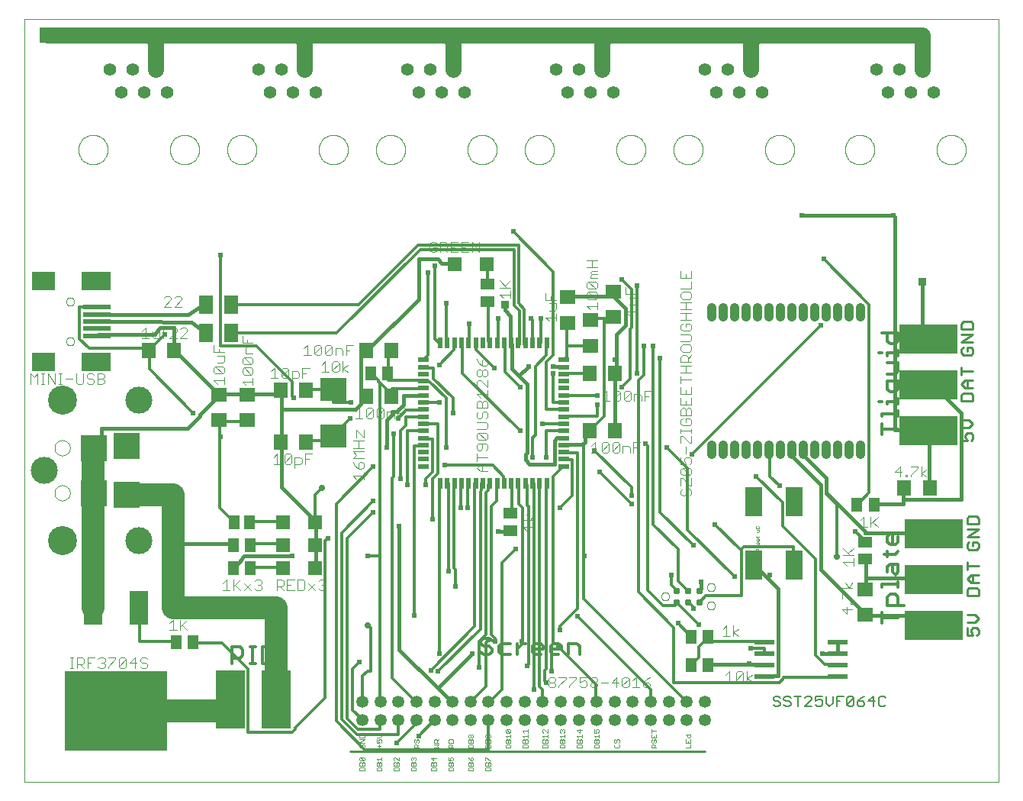
<source format=gtl>
G75*
%MOIN*%
%OFA0B0*%
%FSLAX24Y24*%
%IPPOS*%
%LPD*%
%AMOC8*
5,1,8,0,0,1.08239X$1,22.5*
%
%ADD10C,0.0000*%
%ADD11C,0.0140*%
%ADD12C,0.0100*%
%ADD13C,0.0020*%
%ADD14C,0.0551*%
%ADD15R,0.0512X0.0591*%
%ADD16C,0.0040*%
%ADD17R,0.0591X0.0591*%
%ADD18C,0.1181*%
%ADD19C,0.1266*%
%ADD20R,0.1181X0.1181*%
%ADD21R,0.0630X0.0709*%
%ADD22C,0.0310*%
%ADD23R,0.0709X0.0630*%
%ADD24R,0.0750X0.1250*%
%ADD25C,0.0010*%
%ADD26R,0.0630X0.0512*%
%ADD27R,0.0512X0.0630*%
%ADD28R,0.1181X0.0984*%
%ADD29R,0.0984X0.0787*%
%ADD30R,0.1299X0.0787*%
%ADD31R,0.1220X0.0197*%
%ADD32R,0.0630X0.0787*%
%ADD33R,0.0870X0.0240*%
%ADD34C,0.0050*%
%ADD35C,0.0413*%
%ADD36R,0.0820X0.1500*%
%ADD37R,0.4500X0.3500*%
%ADD38R,0.1280X0.2540*%
%ADD39R,0.2540X0.1280*%
%ADD40R,0.0710X0.0630*%
%ADD41R,0.0630X0.0710*%
%ADD42R,0.0591X0.0512*%
%ADD43R,0.0470X0.0220*%
%ADD44R,0.0220X0.0470*%
%ADD45C,0.0531*%
%ADD46C,0.0700*%
%ADD47R,0.0709X0.0709*%
%ADD48C,0.0180*%
%ADD49C,0.0240*%
%ADD50C,0.1000*%
%ADD51OC8,0.0240*%
%ADD52C,0.0160*%
%ADD53R,0.0356X0.0356*%
D10*
X000450Y000330D02*
X000450Y033626D01*
X043020Y033626D01*
X043020Y000330D01*
X000450Y000330D01*
X001769Y012946D02*
X001771Y012982D01*
X001777Y013018D01*
X001787Y013053D01*
X001800Y013087D01*
X001817Y013119D01*
X001837Y013149D01*
X001861Y013176D01*
X001887Y013201D01*
X001916Y013223D01*
X001947Y013242D01*
X001980Y013257D01*
X002014Y013269D01*
X002050Y013277D01*
X002086Y013281D01*
X002122Y013281D01*
X002158Y013277D01*
X002194Y013269D01*
X002228Y013257D01*
X002261Y013242D01*
X002292Y013223D01*
X002321Y013201D01*
X002347Y013176D01*
X002371Y013149D01*
X002391Y013119D01*
X002408Y013087D01*
X002421Y013053D01*
X002431Y013018D01*
X002437Y012982D01*
X002439Y012946D01*
X002437Y012910D01*
X002431Y012874D01*
X002421Y012839D01*
X002408Y012805D01*
X002391Y012773D01*
X002371Y012743D01*
X002347Y012716D01*
X002321Y012691D01*
X002292Y012669D01*
X002261Y012650D01*
X002228Y012635D01*
X002194Y012623D01*
X002158Y012615D01*
X002122Y012611D01*
X002086Y012611D01*
X002050Y012615D01*
X002014Y012623D01*
X001980Y012635D01*
X001947Y012650D01*
X001916Y012669D01*
X001887Y012691D01*
X001861Y012716D01*
X001837Y012743D01*
X001817Y012773D01*
X001800Y012805D01*
X001787Y012839D01*
X001777Y012874D01*
X001771Y012910D01*
X001769Y012946D01*
X001769Y014914D02*
X001771Y014950D01*
X001777Y014986D01*
X001787Y015021D01*
X001800Y015055D01*
X001817Y015087D01*
X001837Y015117D01*
X001861Y015144D01*
X001887Y015169D01*
X001916Y015191D01*
X001947Y015210D01*
X001980Y015225D01*
X002014Y015237D01*
X002050Y015245D01*
X002086Y015249D01*
X002122Y015249D01*
X002158Y015245D01*
X002194Y015237D01*
X002228Y015225D01*
X002261Y015210D01*
X002292Y015191D01*
X002321Y015169D01*
X002347Y015144D01*
X002371Y015117D01*
X002391Y015087D01*
X002408Y015055D01*
X002421Y015021D01*
X002431Y014986D01*
X002437Y014950D01*
X002439Y014914D01*
X002437Y014878D01*
X002431Y014842D01*
X002421Y014807D01*
X002408Y014773D01*
X002391Y014741D01*
X002371Y014711D01*
X002347Y014684D01*
X002321Y014659D01*
X002292Y014637D01*
X002261Y014618D01*
X002228Y014603D01*
X002194Y014591D01*
X002158Y014583D01*
X002122Y014579D01*
X002086Y014579D01*
X002050Y014583D01*
X002014Y014591D01*
X001980Y014603D01*
X001947Y014618D01*
X001916Y014637D01*
X001887Y014659D01*
X001861Y014684D01*
X001837Y014711D01*
X001817Y014741D01*
X001800Y014773D01*
X001787Y014807D01*
X001777Y014842D01*
X001771Y014878D01*
X001769Y014914D01*
X002273Y019564D02*
X002275Y019590D01*
X002281Y019616D01*
X002291Y019641D01*
X002304Y019664D01*
X002320Y019684D01*
X002340Y019702D01*
X002362Y019717D01*
X002385Y019729D01*
X002411Y019737D01*
X002437Y019741D01*
X002463Y019741D01*
X002489Y019737D01*
X002515Y019729D01*
X002539Y019717D01*
X002560Y019702D01*
X002580Y019684D01*
X002596Y019664D01*
X002609Y019641D01*
X002619Y019616D01*
X002625Y019590D01*
X002627Y019564D01*
X002625Y019538D01*
X002619Y019512D01*
X002609Y019487D01*
X002596Y019464D01*
X002580Y019444D01*
X002560Y019426D01*
X002538Y019411D01*
X002515Y019399D01*
X002489Y019391D01*
X002463Y019387D01*
X002437Y019387D01*
X002411Y019391D01*
X002385Y019399D01*
X002361Y019411D01*
X002340Y019426D01*
X002320Y019444D01*
X002304Y019464D01*
X002291Y019487D01*
X002281Y019512D01*
X002275Y019538D01*
X002273Y019564D01*
X002273Y021296D02*
X002275Y021322D01*
X002281Y021348D01*
X002291Y021373D01*
X002304Y021396D01*
X002320Y021416D01*
X002340Y021434D01*
X002362Y021449D01*
X002385Y021461D01*
X002411Y021469D01*
X002437Y021473D01*
X002463Y021473D01*
X002489Y021469D01*
X002515Y021461D01*
X002539Y021449D01*
X002560Y021434D01*
X002580Y021416D01*
X002596Y021396D01*
X002609Y021373D01*
X002619Y021348D01*
X002625Y021322D01*
X002627Y021296D01*
X002625Y021270D01*
X002619Y021244D01*
X002609Y021219D01*
X002596Y021196D01*
X002580Y021176D01*
X002560Y021158D01*
X002538Y021143D01*
X002515Y021131D01*
X002489Y021123D01*
X002463Y021119D01*
X002437Y021119D01*
X002411Y021123D01*
X002385Y021131D01*
X002361Y021143D01*
X002340Y021158D01*
X002320Y021176D01*
X002304Y021196D01*
X002291Y021219D01*
X002281Y021244D01*
X002275Y021270D01*
X002273Y021296D01*
X002810Y027930D02*
X002812Y027980D01*
X002818Y028030D01*
X002828Y028079D01*
X002841Y028128D01*
X002859Y028175D01*
X002880Y028221D01*
X002904Y028264D01*
X002932Y028306D01*
X002963Y028346D01*
X002997Y028383D01*
X003034Y028417D01*
X003074Y028448D01*
X003116Y028476D01*
X003159Y028500D01*
X003205Y028521D01*
X003252Y028539D01*
X003301Y028552D01*
X003350Y028562D01*
X003400Y028568D01*
X003450Y028570D01*
X003500Y028568D01*
X003550Y028562D01*
X003599Y028552D01*
X003648Y028539D01*
X003695Y028521D01*
X003741Y028500D01*
X003784Y028476D01*
X003826Y028448D01*
X003866Y028417D01*
X003903Y028383D01*
X003937Y028346D01*
X003968Y028306D01*
X003996Y028264D01*
X004020Y028221D01*
X004041Y028175D01*
X004059Y028128D01*
X004072Y028079D01*
X004082Y028030D01*
X004088Y027980D01*
X004090Y027930D01*
X004088Y027880D01*
X004082Y027830D01*
X004072Y027781D01*
X004059Y027732D01*
X004041Y027685D01*
X004020Y027639D01*
X003996Y027596D01*
X003968Y027554D01*
X003937Y027514D01*
X003903Y027477D01*
X003866Y027443D01*
X003826Y027412D01*
X003784Y027384D01*
X003741Y027360D01*
X003695Y027339D01*
X003648Y027321D01*
X003599Y027308D01*
X003550Y027298D01*
X003500Y027292D01*
X003450Y027290D01*
X003400Y027292D01*
X003350Y027298D01*
X003301Y027308D01*
X003252Y027321D01*
X003205Y027339D01*
X003159Y027360D01*
X003116Y027384D01*
X003074Y027412D01*
X003034Y027443D01*
X002997Y027477D01*
X002963Y027514D01*
X002932Y027554D01*
X002904Y027596D01*
X002880Y027639D01*
X002859Y027685D01*
X002841Y027732D01*
X002828Y027781D01*
X002818Y027830D01*
X002812Y027880D01*
X002810Y027930D01*
X006810Y027930D02*
X006812Y027980D01*
X006818Y028030D01*
X006828Y028079D01*
X006841Y028128D01*
X006859Y028175D01*
X006880Y028221D01*
X006904Y028264D01*
X006932Y028306D01*
X006963Y028346D01*
X006997Y028383D01*
X007034Y028417D01*
X007074Y028448D01*
X007116Y028476D01*
X007159Y028500D01*
X007205Y028521D01*
X007252Y028539D01*
X007301Y028552D01*
X007350Y028562D01*
X007400Y028568D01*
X007450Y028570D01*
X007500Y028568D01*
X007550Y028562D01*
X007599Y028552D01*
X007648Y028539D01*
X007695Y028521D01*
X007741Y028500D01*
X007784Y028476D01*
X007826Y028448D01*
X007866Y028417D01*
X007903Y028383D01*
X007937Y028346D01*
X007968Y028306D01*
X007996Y028264D01*
X008020Y028221D01*
X008041Y028175D01*
X008059Y028128D01*
X008072Y028079D01*
X008082Y028030D01*
X008088Y027980D01*
X008090Y027930D01*
X008088Y027880D01*
X008082Y027830D01*
X008072Y027781D01*
X008059Y027732D01*
X008041Y027685D01*
X008020Y027639D01*
X007996Y027596D01*
X007968Y027554D01*
X007937Y027514D01*
X007903Y027477D01*
X007866Y027443D01*
X007826Y027412D01*
X007784Y027384D01*
X007741Y027360D01*
X007695Y027339D01*
X007648Y027321D01*
X007599Y027308D01*
X007550Y027298D01*
X007500Y027292D01*
X007450Y027290D01*
X007400Y027292D01*
X007350Y027298D01*
X007301Y027308D01*
X007252Y027321D01*
X007205Y027339D01*
X007159Y027360D01*
X007116Y027384D01*
X007074Y027412D01*
X007034Y027443D01*
X006997Y027477D01*
X006963Y027514D01*
X006932Y027554D01*
X006904Y027596D01*
X006880Y027639D01*
X006859Y027685D01*
X006841Y027732D01*
X006828Y027781D01*
X006818Y027830D01*
X006812Y027880D01*
X006810Y027930D01*
X009310Y027930D02*
X009312Y027980D01*
X009318Y028030D01*
X009328Y028079D01*
X009341Y028128D01*
X009359Y028175D01*
X009380Y028221D01*
X009404Y028264D01*
X009432Y028306D01*
X009463Y028346D01*
X009497Y028383D01*
X009534Y028417D01*
X009574Y028448D01*
X009616Y028476D01*
X009659Y028500D01*
X009705Y028521D01*
X009752Y028539D01*
X009801Y028552D01*
X009850Y028562D01*
X009900Y028568D01*
X009950Y028570D01*
X010000Y028568D01*
X010050Y028562D01*
X010099Y028552D01*
X010148Y028539D01*
X010195Y028521D01*
X010241Y028500D01*
X010284Y028476D01*
X010326Y028448D01*
X010366Y028417D01*
X010403Y028383D01*
X010437Y028346D01*
X010468Y028306D01*
X010496Y028264D01*
X010520Y028221D01*
X010541Y028175D01*
X010559Y028128D01*
X010572Y028079D01*
X010582Y028030D01*
X010588Y027980D01*
X010590Y027930D01*
X010588Y027880D01*
X010582Y027830D01*
X010572Y027781D01*
X010559Y027732D01*
X010541Y027685D01*
X010520Y027639D01*
X010496Y027596D01*
X010468Y027554D01*
X010437Y027514D01*
X010403Y027477D01*
X010366Y027443D01*
X010326Y027412D01*
X010284Y027384D01*
X010241Y027360D01*
X010195Y027339D01*
X010148Y027321D01*
X010099Y027308D01*
X010050Y027298D01*
X010000Y027292D01*
X009950Y027290D01*
X009900Y027292D01*
X009850Y027298D01*
X009801Y027308D01*
X009752Y027321D01*
X009705Y027339D01*
X009659Y027360D01*
X009616Y027384D01*
X009574Y027412D01*
X009534Y027443D01*
X009497Y027477D01*
X009463Y027514D01*
X009432Y027554D01*
X009404Y027596D01*
X009380Y027639D01*
X009359Y027685D01*
X009341Y027732D01*
X009328Y027781D01*
X009318Y027830D01*
X009312Y027880D01*
X009310Y027930D01*
X013310Y027930D02*
X013312Y027980D01*
X013318Y028030D01*
X013328Y028079D01*
X013341Y028128D01*
X013359Y028175D01*
X013380Y028221D01*
X013404Y028264D01*
X013432Y028306D01*
X013463Y028346D01*
X013497Y028383D01*
X013534Y028417D01*
X013574Y028448D01*
X013616Y028476D01*
X013659Y028500D01*
X013705Y028521D01*
X013752Y028539D01*
X013801Y028552D01*
X013850Y028562D01*
X013900Y028568D01*
X013950Y028570D01*
X014000Y028568D01*
X014050Y028562D01*
X014099Y028552D01*
X014148Y028539D01*
X014195Y028521D01*
X014241Y028500D01*
X014284Y028476D01*
X014326Y028448D01*
X014366Y028417D01*
X014403Y028383D01*
X014437Y028346D01*
X014468Y028306D01*
X014496Y028264D01*
X014520Y028221D01*
X014541Y028175D01*
X014559Y028128D01*
X014572Y028079D01*
X014582Y028030D01*
X014588Y027980D01*
X014590Y027930D01*
X014588Y027880D01*
X014582Y027830D01*
X014572Y027781D01*
X014559Y027732D01*
X014541Y027685D01*
X014520Y027639D01*
X014496Y027596D01*
X014468Y027554D01*
X014437Y027514D01*
X014403Y027477D01*
X014366Y027443D01*
X014326Y027412D01*
X014284Y027384D01*
X014241Y027360D01*
X014195Y027339D01*
X014148Y027321D01*
X014099Y027308D01*
X014050Y027298D01*
X014000Y027292D01*
X013950Y027290D01*
X013900Y027292D01*
X013850Y027298D01*
X013801Y027308D01*
X013752Y027321D01*
X013705Y027339D01*
X013659Y027360D01*
X013616Y027384D01*
X013574Y027412D01*
X013534Y027443D01*
X013497Y027477D01*
X013463Y027514D01*
X013432Y027554D01*
X013404Y027596D01*
X013380Y027639D01*
X013359Y027685D01*
X013341Y027732D01*
X013328Y027781D01*
X013318Y027830D01*
X013312Y027880D01*
X013310Y027930D01*
X015810Y027930D02*
X015812Y027980D01*
X015818Y028030D01*
X015828Y028079D01*
X015841Y028128D01*
X015859Y028175D01*
X015880Y028221D01*
X015904Y028264D01*
X015932Y028306D01*
X015963Y028346D01*
X015997Y028383D01*
X016034Y028417D01*
X016074Y028448D01*
X016116Y028476D01*
X016159Y028500D01*
X016205Y028521D01*
X016252Y028539D01*
X016301Y028552D01*
X016350Y028562D01*
X016400Y028568D01*
X016450Y028570D01*
X016500Y028568D01*
X016550Y028562D01*
X016599Y028552D01*
X016648Y028539D01*
X016695Y028521D01*
X016741Y028500D01*
X016784Y028476D01*
X016826Y028448D01*
X016866Y028417D01*
X016903Y028383D01*
X016937Y028346D01*
X016968Y028306D01*
X016996Y028264D01*
X017020Y028221D01*
X017041Y028175D01*
X017059Y028128D01*
X017072Y028079D01*
X017082Y028030D01*
X017088Y027980D01*
X017090Y027930D01*
X017088Y027880D01*
X017082Y027830D01*
X017072Y027781D01*
X017059Y027732D01*
X017041Y027685D01*
X017020Y027639D01*
X016996Y027596D01*
X016968Y027554D01*
X016937Y027514D01*
X016903Y027477D01*
X016866Y027443D01*
X016826Y027412D01*
X016784Y027384D01*
X016741Y027360D01*
X016695Y027339D01*
X016648Y027321D01*
X016599Y027308D01*
X016550Y027298D01*
X016500Y027292D01*
X016450Y027290D01*
X016400Y027292D01*
X016350Y027298D01*
X016301Y027308D01*
X016252Y027321D01*
X016205Y027339D01*
X016159Y027360D01*
X016116Y027384D01*
X016074Y027412D01*
X016034Y027443D01*
X015997Y027477D01*
X015963Y027514D01*
X015932Y027554D01*
X015904Y027596D01*
X015880Y027639D01*
X015859Y027685D01*
X015841Y027732D01*
X015828Y027781D01*
X015818Y027830D01*
X015812Y027880D01*
X015810Y027930D01*
X019810Y027930D02*
X019812Y027980D01*
X019818Y028030D01*
X019828Y028079D01*
X019841Y028128D01*
X019859Y028175D01*
X019880Y028221D01*
X019904Y028264D01*
X019932Y028306D01*
X019963Y028346D01*
X019997Y028383D01*
X020034Y028417D01*
X020074Y028448D01*
X020116Y028476D01*
X020159Y028500D01*
X020205Y028521D01*
X020252Y028539D01*
X020301Y028552D01*
X020350Y028562D01*
X020400Y028568D01*
X020450Y028570D01*
X020500Y028568D01*
X020550Y028562D01*
X020599Y028552D01*
X020648Y028539D01*
X020695Y028521D01*
X020741Y028500D01*
X020784Y028476D01*
X020826Y028448D01*
X020866Y028417D01*
X020903Y028383D01*
X020937Y028346D01*
X020968Y028306D01*
X020996Y028264D01*
X021020Y028221D01*
X021041Y028175D01*
X021059Y028128D01*
X021072Y028079D01*
X021082Y028030D01*
X021088Y027980D01*
X021090Y027930D01*
X021088Y027880D01*
X021082Y027830D01*
X021072Y027781D01*
X021059Y027732D01*
X021041Y027685D01*
X021020Y027639D01*
X020996Y027596D01*
X020968Y027554D01*
X020937Y027514D01*
X020903Y027477D01*
X020866Y027443D01*
X020826Y027412D01*
X020784Y027384D01*
X020741Y027360D01*
X020695Y027339D01*
X020648Y027321D01*
X020599Y027308D01*
X020550Y027298D01*
X020500Y027292D01*
X020450Y027290D01*
X020400Y027292D01*
X020350Y027298D01*
X020301Y027308D01*
X020252Y027321D01*
X020205Y027339D01*
X020159Y027360D01*
X020116Y027384D01*
X020074Y027412D01*
X020034Y027443D01*
X019997Y027477D01*
X019963Y027514D01*
X019932Y027554D01*
X019904Y027596D01*
X019880Y027639D01*
X019859Y027685D01*
X019841Y027732D01*
X019828Y027781D01*
X019818Y027830D01*
X019812Y027880D01*
X019810Y027930D01*
X022310Y027930D02*
X022312Y027980D01*
X022318Y028030D01*
X022328Y028079D01*
X022341Y028128D01*
X022359Y028175D01*
X022380Y028221D01*
X022404Y028264D01*
X022432Y028306D01*
X022463Y028346D01*
X022497Y028383D01*
X022534Y028417D01*
X022574Y028448D01*
X022616Y028476D01*
X022659Y028500D01*
X022705Y028521D01*
X022752Y028539D01*
X022801Y028552D01*
X022850Y028562D01*
X022900Y028568D01*
X022950Y028570D01*
X023000Y028568D01*
X023050Y028562D01*
X023099Y028552D01*
X023148Y028539D01*
X023195Y028521D01*
X023241Y028500D01*
X023284Y028476D01*
X023326Y028448D01*
X023366Y028417D01*
X023403Y028383D01*
X023437Y028346D01*
X023468Y028306D01*
X023496Y028264D01*
X023520Y028221D01*
X023541Y028175D01*
X023559Y028128D01*
X023572Y028079D01*
X023582Y028030D01*
X023588Y027980D01*
X023590Y027930D01*
X023588Y027880D01*
X023582Y027830D01*
X023572Y027781D01*
X023559Y027732D01*
X023541Y027685D01*
X023520Y027639D01*
X023496Y027596D01*
X023468Y027554D01*
X023437Y027514D01*
X023403Y027477D01*
X023366Y027443D01*
X023326Y027412D01*
X023284Y027384D01*
X023241Y027360D01*
X023195Y027339D01*
X023148Y027321D01*
X023099Y027308D01*
X023050Y027298D01*
X023000Y027292D01*
X022950Y027290D01*
X022900Y027292D01*
X022850Y027298D01*
X022801Y027308D01*
X022752Y027321D01*
X022705Y027339D01*
X022659Y027360D01*
X022616Y027384D01*
X022574Y027412D01*
X022534Y027443D01*
X022497Y027477D01*
X022463Y027514D01*
X022432Y027554D01*
X022404Y027596D01*
X022380Y027639D01*
X022359Y027685D01*
X022341Y027732D01*
X022328Y027781D01*
X022318Y027830D01*
X022312Y027880D01*
X022310Y027930D01*
X026310Y027930D02*
X026312Y027980D01*
X026318Y028030D01*
X026328Y028079D01*
X026341Y028128D01*
X026359Y028175D01*
X026380Y028221D01*
X026404Y028264D01*
X026432Y028306D01*
X026463Y028346D01*
X026497Y028383D01*
X026534Y028417D01*
X026574Y028448D01*
X026616Y028476D01*
X026659Y028500D01*
X026705Y028521D01*
X026752Y028539D01*
X026801Y028552D01*
X026850Y028562D01*
X026900Y028568D01*
X026950Y028570D01*
X027000Y028568D01*
X027050Y028562D01*
X027099Y028552D01*
X027148Y028539D01*
X027195Y028521D01*
X027241Y028500D01*
X027284Y028476D01*
X027326Y028448D01*
X027366Y028417D01*
X027403Y028383D01*
X027437Y028346D01*
X027468Y028306D01*
X027496Y028264D01*
X027520Y028221D01*
X027541Y028175D01*
X027559Y028128D01*
X027572Y028079D01*
X027582Y028030D01*
X027588Y027980D01*
X027590Y027930D01*
X027588Y027880D01*
X027582Y027830D01*
X027572Y027781D01*
X027559Y027732D01*
X027541Y027685D01*
X027520Y027639D01*
X027496Y027596D01*
X027468Y027554D01*
X027437Y027514D01*
X027403Y027477D01*
X027366Y027443D01*
X027326Y027412D01*
X027284Y027384D01*
X027241Y027360D01*
X027195Y027339D01*
X027148Y027321D01*
X027099Y027308D01*
X027050Y027298D01*
X027000Y027292D01*
X026950Y027290D01*
X026900Y027292D01*
X026850Y027298D01*
X026801Y027308D01*
X026752Y027321D01*
X026705Y027339D01*
X026659Y027360D01*
X026616Y027384D01*
X026574Y027412D01*
X026534Y027443D01*
X026497Y027477D01*
X026463Y027514D01*
X026432Y027554D01*
X026404Y027596D01*
X026380Y027639D01*
X026359Y027685D01*
X026341Y027732D01*
X026328Y027781D01*
X026318Y027830D01*
X026312Y027880D01*
X026310Y027930D01*
X028810Y027930D02*
X028812Y027980D01*
X028818Y028030D01*
X028828Y028079D01*
X028841Y028128D01*
X028859Y028175D01*
X028880Y028221D01*
X028904Y028264D01*
X028932Y028306D01*
X028963Y028346D01*
X028997Y028383D01*
X029034Y028417D01*
X029074Y028448D01*
X029116Y028476D01*
X029159Y028500D01*
X029205Y028521D01*
X029252Y028539D01*
X029301Y028552D01*
X029350Y028562D01*
X029400Y028568D01*
X029450Y028570D01*
X029500Y028568D01*
X029550Y028562D01*
X029599Y028552D01*
X029648Y028539D01*
X029695Y028521D01*
X029741Y028500D01*
X029784Y028476D01*
X029826Y028448D01*
X029866Y028417D01*
X029903Y028383D01*
X029937Y028346D01*
X029968Y028306D01*
X029996Y028264D01*
X030020Y028221D01*
X030041Y028175D01*
X030059Y028128D01*
X030072Y028079D01*
X030082Y028030D01*
X030088Y027980D01*
X030090Y027930D01*
X030088Y027880D01*
X030082Y027830D01*
X030072Y027781D01*
X030059Y027732D01*
X030041Y027685D01*
X030020Y027639D01*
X029996Y027596D01*
X029968Y027554D01*
X029937Y027514D01*
X029903Y027477D01*
X029866Y027443D01*
X029826Y027412D01*
X029784Y027384D01*
X029741Y027360D01*
X029695Y027339D01*
X029648Y027321D01*
X029599Y027308D01*
X029550Y027298D01*
X029500Y027292D01*
X029450Y027290D01*
X029400Y027292D01*
X029350Y027298D01*
X029301Y027308D01*
X029252Y027321D01*
X029205Y027339D01*
X029159Y027360D01*
X029116Y027384D01*
X029074Y027412D01*
X029034Y027443D01*
X028997Y027477D01*
X028963Y027514D01*
X028932Y027554D01*
X028904Y027596D01*
X028880Y027639D01*
X028859Y027685D01*
X028841Y027732D01*
X028828Y027781D01*
X028818Y027830D01*
X028812Y027880D01*
X028810Y027930D01*
X032810Y027930D02*
X032812Y027980D01*
X032818Y028030D01*
X032828Y028079D01*
X032841Y028128D01*
X032859Y028175D01*
X032880Y028221D01*
X032904Y028264D01*
X032932Y028306D01*
X032963Y028346D01*
X032997Y028383D01*
X033034Y028417D01*
X033074Y028448D01*
X033116Y028476D01*
X033159Y028500D01*
X033205Y028521D01*
X033252Y028539D01*
X033301Y028552D01*
X033350Y028562D01*
X033400Y028568D01*
X033450Y028570D01*
X033500Y028568D01*
X033550Y028562D01*
X033599Y028552D01*
X033648Y028539D01*
X033695Y028521D01*
X033741Y028500D01*
X033784Y028476D01*
X033826Y028448D01*
X033866Y028417D01*
X033903Y028383D01*
X033937Y028346D01*
X033968Y028306D01*
X033996Y028264D01*
X034020Y028221D01*
X034041Y028175D01*
X034059Y028128D01*
X034072Y028079D01*
X034082Y028030D01*
X034088Y027980D01*
X034090Y027930D01*
X034088Y027880D01*
X034082Y027830D01*
X034072Y027781D01*
X034059Y027732D01*
X034041Y027685D01*
X034020Y027639D01*
X033996Y027596D01*
X033968Y027554D01*
X033937Y027514D01*
X033903Y027477D01*
X033866Y027443D01*
X033826Y027412D01*
X033784Y027384D01*
X033741Y027360D01*
X033695Y027339D01*
X033648Y027321D01*
X033599Y027308D01*
X033550Y027298D01*
X033500Y027292D01*
X033450Y027290D01*
X033400Y027292D01*
X033350Y027298D01*
X033301Y027308D01*
X033252Y027321D01*
X033205Y027339D01*
X033159Y027360D01*
X033116Y027384D01*
X033074Y027412D01*
X033034Y027443D01*
X032997Y027477D01*
X032963Y027514D01*
X032932Y027554D01*
X032904Y027596D01*
X032880Y027639D01*
X032859Y027685D01*
X032841Y027732D01*
X032828Y027781D01*
X032818Y027830D01*
X032812Y027880D01*
X032810Y027930D01*
X036310Y027930D02*
X036312Y027980D01*
X036318Y028030D01*
X036328Y028079D01*
X036341Y028128D01*
X036359Y028175D01*
X036380Y028221D01*
X036404Y028264D01*
X036432Y028306D01*
X036463Y028346D01*
X036497Y028383D01*
X036534Y028417D01*
X036574Y028448D01*
X036616Y028476D01*
X036659Y028500D01*
X036705Y028521D01*
X036752Y028539D01*
X036801Y028552D01*
X036850Y028562D01*
X036900Y028568D01*
X036950Y028570D01*
X037000Y028568D01*
X037050Y028562D01*
X037099Y028552D01*
X037148Y028539D01*
X037195Y028521D01*
X037241Y028500D01*
X037284Y028476D01*
X037326Y028448D01*
X037366Y028417D01*
X037403Y028383D01*
X037437Y028346D01*
X037468Y028306D01*
X037496Y028264D01*
X037520Y028221D01*
X037541Y028175D01*
X037559Y028128D01*
X037572Y028079D01*
X037582Y028030D01*
X037588Y027980D01*
X037590Y027930D01*
X037588Y027880D01*
X037582Y027830D01*
X037572Y027781D01*
X037559Y027732D01*
X037541Y027685D01*
X037520Y027639D01*
X037496Y027596D01*
X037468Y027554D01*
X037437Y027514D01*
X037403Y027477D01*
X037366Y027443D01*
X037326Y027412D01*
X037284Y027384D01*
X037241Y027360D01*
X037195Y027339D01*
X037148Y027321D01*
X037099Y027308D01*
X037050Y027298D01*
X037000Y027292D01*
X036950Y027290D01*
X036900Y027292D01*
X036850Y027298D01*
X036801Y027308D01*
X036752Y027321D01*
X036705Y027339D01*
X036659Y027360D01*
X036616Y027384D01*
X036574Y027412D01*
X036534Y027443D01*
X036497Y027477D01*
X036463Y027514D01*
X036432Y027554D01*
X036404Y027596D01*
X036380Y027639D01*
X036359Y027685D01*
X036341Y027732D01*
X036328Y027781D01*
X036318Y027830D01*
X036312Y027880D01*
X036310Y027930D01*
X040310Y027930D02*
X040312Y027980D01*
X040318Y028030D01*
X040328Y028079D01*
X040341Y028128D01*
X040359Y028175D01*
X040380Y028221D01*
X040404Y028264D01*
X040432Y028306D01*
X040463Y028346D01*
X040497Y028383D01*
X040534Y028417D01*
X040574Y028448D01*
X040616Y028476D01*
X040659Y028500D01*
X040705Y028521D01*
X040752Y028539D01*
X040801Y028552D01*
X040850Y028562D01*
X040900Y028568D01*
X040950Y028570D01*
X041000Y028568D01*
X041050Y028562D01*
X041099Y028552D01*
X041148Y028539D01*
X041195Y028521D01*
X041241Y028500D01*
X041284Y028476D01*
X041326Y028448D01*
X041366Y028417D01*
X041403Y028383D01*
X041437Y028346D01*
X041468Y028306D01*
X041496Y028264D01*
X041520Y028221D01*
X041541Y028175D01*
X041559Y028128D01*
X041572Y028079D01*
X041582Y028030D01*
X041588Y027980D01*
X041590Y027930D01*
X041588Y027880D01*
X041582Y027830D01*
X041572Y027781D01*
X041559Y027732D01*
X041541Y027685D01*
X041520Y027639D01*
X041496Y027596D01*
X041468Y027554D01*
X041437Y027514D01*
X041403Y027477D01*
X041366Y027443D01*
X041326Y027412D01*
X041284Y027384D01*
X041241Y027360D01*
X041195Y027339D01*
X041148Y027321D01*
X041099Y027308D01*
X041050Y027298D01*
X041000Y027292D01*
X040950Y027290D01*
X040900Y027292D01*
X040850Y027298D01*
X040801Y027308D01*
X040752Y027321D01*
X040705Y027339D01*
X040659Y027360D01*
X040616Y027384D01*
X040574Y027412D01*
X040534Y027443D01*
X040497Y027477D01*
X040463Y027514D01*
X040432Y027554D01*
X040404Y027596D01*
X040380Y027639D01*
X040359Y027685D01*
X040341Y027732D01*
X040328Y027781D01*
X040318Y027830D01*
X040312Y027880D01*
X040310Y027930D01*
X030275Y008830D02*
X030277Y008856D01*
X030283Y008882D01*
X030292Y008906D01*
X030305Y008929D01*
X030322Y008949D01*
X030341Y008967D01*
X030363Y008982D01*
X030386Y008993D01*
X030411Y009001D01*
X030437Y009005D01*
X030463Y009005D01*
X030489Y009001D01*
X030514Y008993D01*
X030538Y008982D01*
X030559Y008967D01*
X030578Y008949D01*
X030595Y008929D01*
X030608Y008906D01*
X030617Y008882D01*
X030623Y008856D01*
X030625Y008830D01*
X030623Y008804D01*
X030617Y008778D01*
X030608Y008754D01*
X030595Y008731D01*
X030578Y008711D01*
X030559Y008693D01*
X030537Y008678D01*
X030514Y008667D01*
X030489Y008659D01*
X030463Y008655D01*
X030437Y008655D01*
X030411Y008659D01*
X030386Y008667D01*
X030362Y008678D01*
X030341Y008693D01*
X030322Y008711D01*
X030305Y008731D01*
X030292Y008754D01*
X030283Y008778D01*
X030277Y008804D01*
X030275Y008830D01*
X030275Y008030D02*
X030277Y008056D01*
X030283Y008082D01*
X030292Y008106D01*
X030305Y008129D01*
X030322Y008149D01*
X030341Y008167D01*
X030363Y008182D01*
X030386Y008193D01*
X030411Y008201D01*
X030437Y008205D01*
X030463Y008205D01*
X030489Y008201D01*
X030514Y008193D01*
X030538Y008182D01*
X030559Y008167D01*
X030578Y008149D01*
X030595Y008129D01*
X030608Y008106D01*
X030617Y008082D01*
X030623Y008056D01*
X030625Y008030D01*
X030623Y008004D01*
X030617Y007978D01*
X030608Y007954D01*
X030595Y007931D01*
X030578Y007911D01*
X030559Y007893D01*
X030537Y007878D01*
X030514Y007867D01*
X030489Y007859D01*
X030463Y007855D01*
X030437Y007855D01*
X030411Y007859D01*
X030386Y007867D01*
X030362Y007878D01*
X030341Y007893D01*
X030322Y007911D01*
X030305Y007931D01*
X030292Y007954D01*
X030283Y007978D01*
X030277Y008004D01*
X030275Y008030D01*
X028275Y008430D02*
X028277Y008456D01*
X028283Y008482D01*
X028292Y008506D01*
X028305Y008529D01*
X028322Y008549D01*
X028341Y008567D01*
X028363Y008582D01*
X028386Y008593D01*
X028411Y008601D01*
X028437Y008605D01*
X028463Y008605D01*
X028489Y008601D01*
X028514Y008593D01*
X028538Y008582D01*
X028559Y008567D01*
X028578Y008549D01*
X028595Y008529D01*
X028608Y008506D01*
X028617Y008482D01*
X028623Y008456D01*
X028625Y008430D01*
X028623Y008404D01*
X028617Y008378D01*
X028608Y008354D01*
X028595Y008331D01*
X028578Y008311D01*
X028559Y008293D01*
X028537Y008278D01*
X028514Y008267D01*
X028489Y008259D01*
X028463Y008255D01*
X028437Y008255D01*
X028411Y008259D01*
X028386Y008267D01*
X028362Y008278D01*
X028341Y008293D01*
X028322Y008311D01*
X028305Y008331D01*
X028292Y008354D01*
X028283Y008378D01*
X028277Y008404D01*
X028275Y008430D01*
D11*
X028350Y008030D02*
X028890Y008030D01*
X028890Y008150D01*
X028950Y008180D01*
X028950Y008150D01*
X029910Y007190D01*
X029550Y006710D02*
X029576Y006680D01*
X029550Y006710D02*
X029010Y007250D01*
X028830Y007070D02*
X027270Y008630D01*
X027270Y017870D01*
X027510Y018110D01*
X027510Y019370D01*
X027930Y019370D02*
X027930Y011570D01*
X029010Y010490D01*
X029010Y009110D01*
X029430Y008690D01*
X029450Y008680D01*
X029450Y008180D02*
X029490Y008150D01*
X029670Y007970D01*
X029670Y007910D01*
X029950Y008180D02*
X029970Y008210D01*
X030210Y008450D01*
X031770Y008450D01*
X031770Y010490D01*
X031710Y010490D01*
X030630Y011570D01*
X029430Y011330D02*
X031470Y009290D01*
X031770Y010490D02*
X031890Y010610D01*
X034050Y010610D01*
X034050Y009830D01*
X034075Y009805D01*
X035010Y010070D02*
X035010Y005870D01*
X035430Y005450D01*
X035970Y005450D01*
X035980Y005430D01*
X035980Y004930D02*
X035970Y004910D01*
X033630Y004910D01*
X033630Y004850D01*
X033450Y004670D01*
X028830Y004670D01*
X028830Y007070D01*
X029910Y006230D02*
X030270Y006590D01*
X030270Y006650D01*
X030324Y006680D01*
X030210Y006470D01*
X032790Y006470D01*
X032795Y006430D01*
X032790Y006170D02*
X032790Y005930D01*
X032795Y005930D01*
X032790Y006170D02*
X032190Y006170D01*
X029910Y006230D02*
X029910Y005750D01*
X029610Y005450D01*
X029576Y005430D01*
X027810Y004370D02*
X027810Y003830D01*
X027818Y003824D01*
X027810Y004370D02*
X024630Y007550D01*
X024630Y007910D02*
X023850Y007130D01*
X023850Y006950D01*
X023797Y006370D02*
X023917Y006250D01*
X023917Y006130D01*
X023436Y006130D01*
X023436Y006010D02*
X023436Y006250D01*
X023556Y006370D01*
X023797Y006370D01*
X023790Y006230D02*
X025410Y004610D01*
X025410Y003830D01*
X025456Y003824D01*
X023490Y005150D02*
X023490Y006290D01*
X023550Y006350D01*
X023550Y013670D01*
X023970Y014090D01*
X024005Y014105D01*
X024030Y014390D02*
X024005Y014415D01*
X024030Y014390D02*
X024390Y014390D01*
X024390Y012830D01*
X023850Y012290D01*
X023275Y013375D02*
X023250Y013370D01*
X023250Y005270D01*
X023190Y005210D01*
X023190Y004730D01*
X023250Y004670D01*
X023070Y004370D02*
X023070Y003830D01*
X023094Y003824D01*
X023070Y004370D02*
X022950Y004490D01*
X022950Y013370D01*
X022965Y013375D01*
X022710Y013370D02*
X022655Y013375D01*
X022710Y013370D02*
X022710Y004370D01*
X022410Y005390D02*
X022470Y005450D01*
X022470Y012350D01*
X022410Y012410D01*
X022410Y013310D01*
X022345Y013375D01*
X022050Y013370D02*
X022035Y013375D01*
X022050Y013370D02*
X022050Y012470D01*
X022230Y012290D01*
X022230Y006530D01*
X022170Y006470D01*
X022225Y006370D02*
X021984Y006130D01*
X021984Y005890D02*
X021984Y006370D01*
X022225Y006370D02*
X022345Y006370D01*
X022644Y006250D02*
X022644Y006010D01*
X022764Y005890D01*
X023005Y005890D01*
X023125Y006130D02*
X022644Y006130D01*
X022644Y006250D02*
X022764Y006370D01*
X023005Y006370D01*
X023125Y006250D01*
X023125Y006130D01*
X023436Y006010D02*
X023556Y005890D01*
X023797Y005890D01*
X024228Y005890D02*
X024228Y006370D01*
X024588Y006370D01*
X024709Y006250D01*
X024709Y005890D01*
X024630Y007910D02*
X024630Y014690D01*
X024030Y014690D01*
X024005Y014725D01*
X023250Y014510D02*
X023250Y015650D01*
X023970Y015650D01*
X024005Y015655D01*
X023970Y015950D02*
X024005Y015965D01*
X023970Y015950D02*
X023070Y015950D01*
X022770Y015470D02*
X022650Y015350D01*
X022650Y014510D01*
X022770Y015470D02*
X022770Y018470D01*
X023250Y018950D01*
X023250Y019430D01*
X023275Y019485D01*
X023010Y019490D02*
X022965Y019485D01*
X023010Y019490D02*
X023010Y020570D01*
X022650Y020510D02*
X022650Y019490D01*
X022655Y019485D01*
X022350Y019490D02*
X022300Y019490D01*
X022300Y019430D01*
X022300Y019490D02*
X022300Y020971D01*
X022050Y021221D01*
X022050Y023780D01*
X017659Y023780D01*
X015059Y021180D01*
X009501Y021180D01*
X009501Y019930D02*
X014091Y019930D01*
X017741Y023580D01*
X021850Y023580D01*
X021850Y021139D01*
X022100Y020889D01*
X022100Y019490D01*
X022050Y019490D01*
X022035Y019485D01*
X022100Y019490D02*
X022100Y019430D01*
X022345Y019485D02*
X022350Y019490D01*
X021450Y019430D02*
X021415Y019485D01*
X021450Y019430D02*
X021450Y018230D01*
X022110Y017570D01*
X020970Y018410D02*
X020190Y019190D01*
X020190Y019430D01*
X020175Y019485D01*
X019890Y019490D02*
X019865Y019485D01*
X019890Y019490D02*
X019890Y020330D01*
X020730Y019550D02*
X020730Y021290D01*
X020700Y021306D01*
X021150Y020570D02*
X021150Y019490D01*
X021105Y019485D01*
X020795Y019485D02*
X020730Y019550D01*
X019590Y019430D02*
X019555Y019485D01*
X019590Y019430D02*
X019590Y018170D01*
X022110Y015650D01*
X023250Y016610D02*
X023250Y018650D01*
X023550Y018950D01*
X023550Y022610D01*
X021810Y024350D01*
X020670Y022910D02*
X020639Y022930D01*
X020670Y022910D02*
X020670Y022070D01*
X020700Y022054D01*
X018870Y021230D02*
X018870Y019550D01*
X018935Y019485D01*
X019230Y019430D02*
X019230Y019190D01*
X018570Y018530D01*
X018330Y018410D02*
X018330Y017930D01*
X019170Y017090D01*
X019170Y016430D01*
X018870Y017090D02*
X018870Y014930D01*
X018270Y015290D02*
X018270Y013850D01*
X017970Y013550D01*
X017970Y013310D01*
X018270Y013550D02*
X018270Y011810D01*
X019530Y012290D02*
X019530Y013370D01*
X019555Y013375D01*
X019830Y013370D02*
X019865Y013375D01*
X019830Y013370D02*
X019830Y012290D01*
X020370Y013010D02*
X020370Y007010D01*
X018510Y005150D01*
X018210Y005210D02*
X020130Y007130D01*
X020130Y013370D01*
X020175Y013375D01*
X020430Y013370D02*
X020430Y013070D01*
X020370Y013010D01*
X020610Y012950D02*
X020610Y006770D01*
X020310Y006470D01*
X020310Y005330D01*
X020521Y005890D02*
X020401Y006010D01*
X020521Y005890D02*
X020761Y005890D01*
X020881Y006010D01*
X020881Y006130D01*
X020761Y006250D01*
X020521Y006250D01*
X020401Y006370D01*
X020401Y006491D01*
X020521Y006611D01*
X020761Y006611D01*
X020881Y006491D01*
X021030Y006470D02*
X021030Y006590D01*
X020850Y006770D01*
X020850Y012350D01*
X021090Y012590D01*
X021090Y013370D01*
X021105Y013375D01*
X021390Y013430D02*
X021390Y013670D01*
X020910Y014150D01*
X018810Y014150D01*
X018510Y013790D02*
X018270Y013550D01*
X018510Y013790D02*
X018510Y015950D01*
X017910Y015950D01*
X017895Y015965D01*
X017850Y016250D02*
X017895Y016275D01*
X017850Y016250D02*
X017130Y016250D01*
X017130Y015890D01*
X016890Y015650D01*
X016890Y013550D01*
X016590Y013670D02*
X016530Y013610D01*
X016530Y004850D01*
X017550Y003830D01*
X017582Y003824D01*
X017582Y003036D02*
X017550Y002990D01*
X017550Y002870D01*
X016710Y002030D01*
X016770Y002390D02*
X016770Y002990D01*
X016794Y003036D01*
X016770Y002390D02*
X014970Y002390D01*
X014310Y003050D01*
X014310Y011210D01*
X015690Y012590D01*
X015690Y012110D02*
X014550Y010970D01*
X014550Y003110D01*
X015030Y002630D01*
X015990Y002630D01*
X015990Y002990D01*
X016007Y003036D01*
X015220Y003036D02*
X015210Y003050D01*
X014790Y003470D01*
X014790Y005270D01*
X015070Y005550D01*
X015450Y005180D02*
X015575Y005180D01*
X015575Y007055D01*
X015450Y007180D01*
X017490Y007610D02*
X017490Y014990D01*
X017850Y014990D01*
X017895Y015035D01*
X017910Y015290D02*
X017895Y015345D01*
X017910Y015290D02*
X018270Y015290D01*
X017895Y015655D02*
X017850Y015650D01*
X017190Y015650D01*
X017190Y013310D01*
X016590Y013670D02*
X016590Y015530D01*
X016770Y016190D02*
X017130Y016550D01*
X017850Y016550D01*
X017895Y016585D01*
X017895Y016895D02*
X017910Y016910D01*
X018570Y016910D01*
X018870Y017090D02*
X018150Y017810D01*
X017910Y017810D01*
X017895Y017825D01*
X017850Y017870D01*
X016350Y017870D01*
X016350Y018170D01*
X016324Y018180D01*
X016350Y018230D01*
X016350Y019010D01*
X016470Y019130D01*
X016501Y019180D01*
X015630Y018170D02*
X015576Y018180D01*
X015630Y018170D02*
X015930Y017870D01*
X015930Y017810D01*
X016020Y017720D01*
X015990Y017690D01*
X015990Y010190D01*
X015450Y010190D01*
X015990Y010190D02*
X015990Y003830D01*
X016007Y003824D01*
X015220Y003824D02*
X015220Y004950D01*
X015450Y005180D01*
X013590Y004010D02*
X012270Y002690D01*
X012270Y002630D01*
X012150Y002510D01*
X010230Y002510D01*
X010230Y005270D01*
X009090Y006410D01*
X007830Y006410D01*
X007824Y006430D01*
X007076Y006430D02*
X007050Y006470D01*
X005490Y006470D01*
X005490Y007910D01*
X005450Y007930D01*
X009520Y006221D02*
X009520Y005500D01*
X009520Y005740D02*
X009880Y005740D01*
X010000Y005860D01*
X010000Y006101D01*
X009880Y006221D01*
X009520Y006221D01*
X010312Y006221D02*
X010552Y006221D01*
X010432Y006221D02*
X010432Y005500D01*
X010312Y005500D02*
X010552Y005500D01*
X010840Y005500D02*
X011200Y005500D01*
X011320Y005620D01*
X011320Y006101D01*
X011200Y006221D01*
X010840Y006221D01*
X010840Y005500D01*
X013590Y004010D02*
X013590Y010850D01*
X013710Y010970D01*
X013139Y011680D02*
X013139Y012869D01*
X013450Y013180D01*
X014070Y012470D02*
X014070Y002990D01*
X015330Y001730D01*
X020730Y001730D01*
X020730Y002990D01*
X020731Y003036D01*
X020731Y003824D02*
X020790Y003830D01*
X021330Y004370D01*
X021330Y009890D01*
X021930Y010490D01*
X021700Y012054D02*
X021750Y012110D01*
X021750Y013370D01*
X021725Y013375D01*
X021415Y013375D02*
X021390Y013430D01*
X020795Y013375D02*
X020730Y013310D01*
X020730Y013070D01*
X020610Y012950D01*
X020485Y013375D02*
X020430Y013370D01*
X019245Y013375D02*
X019230Y013370D01*
X019230Y009650D01*
X019290Y009590D01*
X019290Y008870D01*
X018990Y009530D02*
X018990Y013370D01*
X018935Y013375D01*
X018625Y013375D02*
X018570Y013370D01*
X018570Y005930D01*
X020610Y006410D02*
X020610Y004490D01*
X019950Y003830D01*
X019944Y003824D01*
X018369Y003036D02*
X018330Y002990D01*
X017670Y002330D01*
X021313Y005890D02*
X021193Y006010D01*
X021193Y006250D01*
X021313Y006370D01*
X021673Y006370D01*
X021673Y005890D02*
X021313Y005890D01*
X020730Y006530D02*
X020610Y006410D01*
X024870Y008330D02*
X024870Y010190D01*
X024930Y010190D01*
X024870Y010190D02*
X024870Y014990D01*
X024825Y015055D01*
X025350Y014810D02*
X026970Y013190D01*
X026970Y012830D01*
X026970Y012470D02*
X025590Y013850D01*
X027570Y015110D02*
X027690Y014990D01*
X027690Y008690D01*
X028350Y008030D01*
X028950Y008680D02*
X028950Y008690D01*
X028710Y008930D01*
X028710Y009350D01*
X029670Y010670D02*
X028230Y012110D01*
X028230Y018830D01*
X027210Y018170D02*
X027210Y022010D01*
X026970Y021830D02*
X026550Y022250D01*
X026970Y021830D02*
X026970Y020150D01*
X026910Y020090D01*
X026910Y017930D01*
X026550Y017570D01*
X025470Y017210D02*
X024030Y017210D01*
X024005Y017205D01*
X023970Y016910D02*
X023550Y016910D01*
X023550Y018170D01*
X024005Y018135D02*
X024030Y018170D01*
X025110Y018170D01*
X025149Y018180D01*
X024150Y018890D02*
X024150Y019370D01*
X025170Y019370D01*
X025200Y019370D01*
X024150Y019370D02*
X024150Y020330D01*
X024200Y020379D01*
X025200Y020490D02*
X025230Y020510D01*
X025230Y020570D01*
X025770Y020570D01*
X025770Y016310D01*
X025170Y015710D01*
X025149Y015680D01*
X025470Y016310D02*
X024030Y016310D01*
X024005Y016275D01*
X024005Y016585D02*
X023970Y016610D01*
X023250Y016610D01*
X023970Y016910D02*
X024005Y016895D01*
X025470Y016790D02*
X025470Y016310D01*
X024030Y018770D02*
X024005Y018755D01*
X024030Y018770D02*
X024150Y018890D01*
X022650Y020510D02*
X022590Y020570D01*
X025770Y020570D02*
X026190Y020570D01*
X026200Y020629D01*
X028530Y014930D02*
X029430Y014030D01*
X029430Y011330D01*
X032430Y013670D02*
X033570Y012530D01*
X033570Y011510D01*
X035010Y010070D01*
X035950Y010180D02*
X035950Y012430D01*
X035490Y012890D01*
X035490Y012950D01*
X036826Y012430D02*
X036870Y012470D01*
X037350Y012950D01*
X037350Y021170D01*
X035370Y023150D01*
X035250Y020270D02*
X029610Y014630D01*
X033000Y014830D02*
X033030Y014810D01*
X033030Y013670D01*
X033450Y013250D01*
X036750Y011270D02*
X037170Y010850D01*
X037200Y010804D01*
X038150Y010802D02*
X038150Y011042D01*
X038270Y011162D01*
X038390Y011162D01*
X038390Y010681D01*
X038510Y010681D02*
X038270Y010681D01*
X038150Y010802D01*
X038510Y010681D02*
X038630Y010802D01*
X038630Y011042D01*
X038630Y010394D02*
X038510Y010274D01*
X038029Y010274D01*
X038150Y010154D02*
X038150Y010394D01*
X038270Y009842D02*
X038630Y009842D01*
X038630Y009482D01*
X038510Y009362D01*
X038390Y009482D01*
X038390Y009842D01*
X038270Y009842D02*
X038150Y009722D01*
X038150Y009482D01*
X037909Y008954D02*
X038630Y008954D01*
X038630Y008834D02*
X038630Y009074D01*
X038510Y008522D02*
X038630Y008402D01*
X038630Y008042D01*
X038870Y008042D02*
X038150Y008042D01*
X038150Y008402D01*
X038270Y008522D01*
X038510Y008522D01*
X037909Y008834D02*
X037909Y008954D01*
X037909Y007730D02*
X037909Y007250D01*
X037909Y007490D02*
X038630Y007490D01*
X029393Y003824D02*
X029370Y003830D01*
X024870Y008330D01*
X015690Y014090D02*
X014070Y012470D01*
X011761Y011680D02*
X011730Y011690D01*
X010290Y011690D01*
X010285Y011680D01*
X009615Y011680D02*
X009570Y011690D01*
X008970Y012290D01*
X008970Y015410D01*
X009030Y015410D01*
X008970Y015410D02*
X008970Y016070D01*
X008950Y016129D01*
X009030Y016070D01*
X010170Y016070D01*
X010200Y016129D01*
X012150Y017150D02*
X012150Y017810D01*
X010590Y019370D01*
X009030Y019370D01*
X009030Y023330D01*
X006570Y019850D02*
X005970Y019250D01*
X005899Y019180D01*
X005910Y019130D01*
X005910Y018350D01*
X007830Y016430D01*
X005899Y019180D02*
X005850Y019250D01*
X003270Y019250D01*
X002850Y019670D01*
X002850Y021050D01*
X003630Y021050D01*
X003631Y021060D01*
X005910Y019250D02*
X005899Y019180D01*
X012150Y017150D02*
X012210Y017090D01*
X012751Y017430D02*
X012810Y017450D01*
X013890Y017450D01*
X013950Y017479D01*
X013950Y016910D01*
X014730Y016910D01*
X014670Y016190D02*
X013950Y015470D01*
X013950Y015420D01*
X013890Y015410D01*
X013890Y015230D01*
X012810Y015230D01*
X012751Y015180D01*
X016020Y017720D02*
X016470Y017270D01*
X016501Y017180D01*
X016530Y017210D01*
X016530Y017510D01*
X017850Y017510D01*
X017895Y017515D01*
X017910Y018410D02*
X017895Y018445D01*
X017910Y018410D02*
X018330Y018410D01*
X017895Y018755D02*
X018090Y018950D01*
X018090Y022550D01*
X018390Y022850D02*
X018390Y019670D01*
X018570Y019490D01*
X018625Y019485D01*
X019230Y019430D02*
X019245Y019485D01*
X011730Y010730D02*
X010350Y010730D01*
X010324Y010680D01*
X010350Y009710D02*
X010324Y009680D01*
X010350Y009710D02*
X011730Y009710D01*
X011761Y009680D01*
X011761Y010680D02*
X011730Y010730D01*
X037909Y015500D02*
X037909Y015980D01*
X037909Y015740D02*
X038630Y015740D01*
X038630Y016292D02*
X038630Y016532D01*
X038630Y016412D02*
X037909Y016412D01*
X037909Y016292D01*
X038150Y016820D02*
X038150Y016940D01*
X038630Y016940D01*
X038630Y016820D02*
X038630Y017060D01*
X038510Y017348D02*
X038630Y017468D01*
X038630Y017828D01*
X038870Y017828D02*
X038150Y017828D01*
X038150Y017468D01*
X038270Y017348D01*
X038510Y017348D01*
X037909Y016940D02*
X037789Y016940D01*
X038150Y018140D02*
X038510Y018140D01*
X038630Y018260D01*
X038630Y018620D01*
X038150Y018620D01*
X038150Y018931D02*
X038150Y019052D01*
X038630Y019052D01*
X038630Y019172D02*
X038630Y018931D01*
X038510Y019459D02*
X038270Y019459D01*
X038150Y019579D01*
X038150Y019940D01*
X037909Y019940D02*
X038630Y019940D01*
X038630Y019579D01*
X038510Y019459D01*
X037909Y019052D02*
X037789Y019052D01*
D12*
X041400Y019063D02*
X041483Y018980D01*
X041817Y018980D01*
X041900Y019063D01*
X041900Y019230D01*
X041817Y019314D01*
X041650Y019314D01*
X041650Y019147D01*
X041483Y019314D02*
X041400Y019230D01*
X041400Y019063D01*
X041400Y019532D02*
X041900Y019866D01*
X041400Y019866D01*
X041400Y020085D02*
X041400Y020335D01*
X041483Y020419D01*
X041817Y020419D01*
X041900Y020335D01*
X041900Y020085D01*
X041400Y020085D01*
X041400Y019532D02*
X041900Y019532D01*
X041400Y018419D02*
X041400Y018085D01*
X041400Y018252D02*
X041900Y018252D01*
X041900Y017866D02*
X041566Y017866D01*
X041400Y017699D01*
X041566Y017532D01*
X041900Y017532D01*
X041817Y017314D02*
X041483Y017314D01*
X041400Y017230D01*
X041400Y016980D01*
X041900Y016980D01*
X041900Y017230D01*
X041817Y017314D01*
X041650Y017532D02*
X041650Y017866D01*
X041733Y016116D02*
X041400Y016116D01*
X041733Y016116D02*
X041900Y015949D01*
X041733Y015782D01*
X041400Y015782D01*
X041400Y015564D02*
X041400Y015230D01*
X041650Y015230D01*
X041566Y015397D01*
X041566Y015480D01*
X041650Y015564D01*
X041817Y015564D01*
X041900Y015480D01*
X041900Y015313D01*
X041817Y015230D01*
X041733Y011919D02*
X041650Y011835D01*
X041650Y011585D01*
X042150Y011585D01*
X042150Y011835D01*
X042067Y011919D01*
X041733Y011919D01*
X041650Y011366D02*
X042150Y011366D01*
X041650Y011032D01*
X042150Y011032D01*
X042067Y010814D02*
X041900Y010814D01*
X041900Y010647D01*
X042067Y010814D02*
X042150Y010730D01*
X042150Y010563D01*
X042067Y010480D01*
X041733Y010480D01*
X041650Y010563D01*
X041650Y010730D01*
X041733Y010814D01*
X041650Y009919D02*
X041650Y009585D01*
X041650Y009752D02*
X042150Y009752D01*
X042150Y009366D02*
X041816Y009366D01*
X041650Y009199D01*
X041816Y009032D01*
X042150Y009032D01*
X042067Y008814D02*
X042150Y008730D01*
X042150Y008480D01*
X041650Y008480D01*
X041650Y008730D01*
X041733Y008814D01*
X042067Y008814D01*
X041900Y009032D02*
X041900Y009366D01*
X041983Y007616D02*
X041650Y007616D01*
X041983Y007616D02*
X042150Y007449D01*
X041983Y007282D01*
X041650Y007282D01*
X041650Y007064D02*
X041650Y006730D01*
X041900Y006730D01*
X041816Y006897D01*
X041816Y006980D01*
X041900Y007064D01*
X042067Y007064D01*
X042150Y006980D01*
X042150Y006813D01*
X042067Y006730D01*
X030200Y001680D02*
X014700Y001680D01*
D13*
X015095Y001852D02*
X015132Y001815D01*
X015278Y001815D01*
X015315Y001852D01*
X015315Y001925D01*
X015278Y001962D01*
X015205Y001962D01*
X015205Y001888D01*
X015132Y001962D02*
X015095Y001925D01*
X015095Y001852D01*
X015095Y002036D02*
X015315Y002183D01*
X015095Y002183D01*
X015095Y002257D02*
X015095Y002367D01*
X015132Y002404D01*
X015278Y002404D01*
X015315Y002367D01*
X015315Y002257D01*
X015095Y002257D01*
X015095Y002036D02*
X015315Y002036D01*
X015845Y002036D02*
X015955Y002036D01*
X015918Y002109D01*
X015918Y002146D01*
X015955Y002183D01*
X016028Y002183D01*
X016065Y002146D01*
X016065Y002073D01*
X016028Y002036D01*
X015955Y001962D02*
X015955Y001815D01*
X015882Y001888D02*
X016028Y001888D01*
X015845Y002036D02*
X015845Y002183D01*
X015845Y002257D02*
X015992Y002257D01*
X016065Y002330D01*
X015992Y002404D01*
X015845Y002404D01*
X016065Y001404D02*
X016065Y001257D01*
X016065Y001330D02*
X015845Y001330D01*
X015918Y001257D01*
X015918Y001183D02*
X015955Y001146D01*
X015955Y001036D01*
X016028Y000962D02*
X015882Y000962D01*
X015845Y000925D01*
X015845Y000815D01*
X016065Y000815D01*
X016065Y000925D01*
X016028Y000962D01*
X016065Y001036D02*
X015845Y001036D01*
X015845Y001146D01*
X015882Y001183D01*
X015918Y001183D01*
X015955Y001146D02*
X015992Y001183D01*
X016028Y001183D01*
X016065Y001146D01*
X016065Y001036D01*
X016595Y001036D02*
X016595Y001146D01*
X016632Y001183D01*
X016668Y001183D01*
X016705Y001146D01*
X016705Y001036D01*
X016778Y000962D02*
X016632Y000962D01*
X016595Y000925D01*
X016595Y000815D01*
X016815Y000815D01*
X016815Y000925D01*
X016778Y000962D01*
X016815Y001036D02*
X016815Y001146D01*
X016778Y001183D01*
X016742Y001183D01*
X016705Y001146D01*
X016632Y001257D02*
X016595Y001294D01*
X016595Y001367D01*
X016632Y001404D01*
X016668Y001404D01*
X016815Y001257D01*
X016815Y001404D01*
X016815Y001036D02*
X016595Y001036D01*
X017345Y001036D02*
X017345Y001146D01*
X017382Y001183D01*
X017418Y001183D01*
X017455Y001146D01*
X017455Y001036D01*
X017528Y000962D02*
X017382Y000962D01*
X017345Y000925D01*
X017345Y000815D01*
X017565Y000815D01*
X017565Y000925D01*
X017528Y000962D01*
X017565Y001036D02*
X017345Y001036D01*
X017455Y001146D02*
X017492Y001183D01*
X017528Y001183D01*
X017565Y001146D01*
X017565Y001036D01*
X017528Y001257D02*
X017565Y001294D01*
X017565Y001367D01*
X017528Y001404D01*
X017492Y001404D01*
X017455Y001367D01*
X017455Y001330D01*
X017455Y001367D02*
X017418Y001404D01*
X017382Y001404D01*
X017345Y001367D01*
X017345Y001294D01*
X017382Y001257D01*
X017470Y001815D02*
X017470Y001925D01*
X017507Y001962D01*
X017580Y001962D01*
X017617Y001925D01*
X017617Y001815D01*
X017690Y001815D02*
X017470Y001815D01*
X017617Y001888D02*
X017690Y001962D01*
X017653Y002036D02*
X017690Y002073D01*
X017690Y002146D01*
X017653Y002183D01*
X017617Y002183D01*
X017580Y002146D01*
X017580Y002073D01*
X017543Y002036D01*
X017507Y002036D01*
X017470Y002073D01*
X017470Y002146D01*
X017507Y002183D01*
X018345Y002146D02*
X018382Y002183D01*
X018455Y002183D01*
X018492Y002146D01*
X018492Y002036D01*
X018565Y002036D02*
X018345Y002036D01*
X018345Y002146D01*
X018492Y002109D02*
X018565Y002183D01*
X018565Y001962D02*
X018345Y001962D01*
X018345Y001815D02*
X018565Y001815D01*
X018492Y001888D01*
X018565Y001962D01*
X018970Y001925D02*
X019007Y001962D01*
X019080Y001962D01*
X019117Y001925D01*
X019117Y001815D01*
X019190Y001815D02*
X018970Y001815D01*
X018970Y001925D01*
X018970Y002036D02*
X018970Y002146D01*
X019007Y002183D01*
X019153Y002183D01*
X019190Y002146D01*
X019190Y002036D01*
X018970Y002036D01*
X019117Y001888D02*
X019190Y001962D01*
X019153Y001404D02*
X019080Y001404D01*
X019043Y001367D01*
X019043Y001330D01*
X019080Y001257D01*
X018970Y001257D01*
X018970Y001404D01*
X019153Y001404D02*
X019190Y001367D01*
X019190Y001294D01*
X019153Y001257D01*
X019153Y001183D02*
X019190Y001146D01*
X019190Y001036D01*
X018970Y001036D01*
X018970Y001146D01*
X019007Y001183D01*
X019043Y001183D01*
X019080Y001146D01*
X019080Y001036D01*
X019153Y000962D02*
X019007Y000962D01*
X018970Y000925D01*
X018970Y000815D01*
X019190Y000815D01*
X019190Y000925D01*
X019153Y000962D01*
X019080Y001146D02*
X019117Y001183D01*
X019153Y001183D01*
X019845Y001146D02*
X019882Y001183D01*
X019918Y001183D01*
X019955Y001146D01*
X019955Y001036D01*
X020028Y000962D02*
X019882Y000962D01*
X019845Y000925D01*
X019845Y000815D01*
X020065Y000815D01*
X020065Y000925D01*
X020028Y000962D01*
X020065Y001036D02*
X019845Y001036D01*
X019845Y001146D01*
X019955Y001146D02*
X019992Y001183D01*
X020028Y001183D01*
X020065Y001146D01*
X020065Y001036D01*
X020028Y001257D02*
X020065Y001294D01*
X020065Y001367D01*
X020028Y001404D01*
X019992Y001404D01*
X019955Y001367D01*
X019955Y001257D01*
X020028Y001257D01*
X019955Y001257D02*
X019882Y001330D01*
X019845Y001404D01*
X019845Y001815D02*
X019845Y001925D01*
X019882Y001962D01*
X020028Y001962D01*
X020065Y001925D01*
X020065Y001815D01*
X019845Y001815D01*
X019845Y002036D02*
X019845Y002146D01*
X019882Y002183D01*
X019918Y002183D01*
X019955Y002146D01*
X019955Y002036D01*
X020065Y002036D02*
X020065Y002146D01*
X020028Y002183D01*
X019992Y002183D01*
X019955Y002146D01*
X019992Y002257D02*
X019955Y002294D01*
X019955Y002367D01*
X019992Y002404D01*
X020028Y002404D01*
X020065Y002367D01*
X020065Y002294D01*
X020028Y002257D01*
X019992Y002257D01*
X019955Y002294D02*
X019918Y002257D01*
X019882Y002257D01*
X019845Y002294D01*
X019845Y002367D01*
X019882Y002404D01*
X019918Y002404D01*
X019955Y002367D01*
X020065Y002036D02*
X019845Y002036D01*
X020595Y002036D02*
X020595Y002146D01*
X020632Y002183D01*
X020668Y002183D01*
X020705Y002146D01*
X020705Y002036D01*
X020778Y001962D02*
X020632Y001962D01*
X020595Y001925D01*
X020595Y001815D01*
X020815Y001815D01*
X020815Y001925D01*
X020778Y001962D01*
X020815Y002036D02*
X020815Y002146D01*
X020778Y002183D01*
X020742Y002183D01*
X020705Y002146D01*
X020668Y002257D02*
X020705Y002294D01*
X020705Y002404D01*
X020778Y002404D02*
X020632Y002404D01*
X020595Y002367D01*
X020595Y002294D01*
X020632Y002257D01*
X020668Y002257D01*
X020778Y002257D02*
X020815Y002294D01*
X020815Y002367D01*
X020778Y002404D01*
X020815Y002036D02*
X020595Y002036D01*
X020595Y001404D02*
X020632Y001404D01*
X020778Y001257D01*
X020815Y001257D01*
X020778Y001183D02*
X020815Y001146D01*
X020815Y001036D01*
X020595Y001036D01*
X020595Y001146D01*
X020632Y001183D01*
X020668Y001183D01*
X020705Y001146D01*
X020705Y001036D01*
X020778Y000962D02*
X020632Y000962D01*
X020595Y000925D01*
X020595Y000815D01*
X020815Y000815D01*
X020815Y000925D01*
X020778Y000962D01*
X020705Y001146D02*
X020742Y001183D01*
X020778Y001183D01*
X020595Y001257D02*
X020595Y001404D01*
X021470Y001815D02*
X021470Y001925D01*
X021507Y001962D01*
X021653Y001962D01*
X021690Y001925D01*
X021690Y001815D01*
X021470Y001815D01*
X021470Y002036D02*
X021470Y002146D01*
X021507Y002183D01*
X021543Y002183D01*
X021580Y002146D01*
X021580Y002036D01*
X021690Y002036D02*
X021470Y002036D01*
X021580Y002146D02*
X021617Y002183D01*
X021653Y002183D01*
X021690Y002146D01*
X021690Y002036D01*
X021690Y002257D02*
X021690Y002404D01*
X021690Y002330D02*
X021470Y002330D01*
X021543Y002257D01*
X021507Y002478D02*
X021470Y002515D01*
X021470Y002588D01*
X021507Y002625D01*
X021653Y002478D01*
X021690Y002515D01*
X021690Y002588D01*
X021653Y002625D01*
X021507Y002625D01*
X021507Y002478D02*
X021653Y002478D01*
X022220Y002551D02*
X022440Y002551D01*
X022440Y002478D02*
X022440Y002625D01*
X022293Y002478D02*
X022220Y002551D01*
X022220Y002330D02*
X022440Y002330D01*
X022440Y002257D02*
X022440Y002404D01*
X022293Y002257D02*
X022220Y002330D01*
X022257Y002183D02*
X022293Y002183D01*
X022330Y002146D01*
X022330Y002036D01*
X022403Y001962D02*
X022257Y001962D01*
X022220Y001925D01*
X022220Y001815D01*
X022440Y001815D01*
X022440Y001925D01*
X022403Y001962D01*
X022440Y002036D02*
X022440Y002146D01*
X022403Y002183D01*
X022367Y002183D01*
X022330Y002146D01*
X022257Y002183D02*
X022220Y002146D01*
X022220Y002036D01*
X022440Y002036D01*
X023095Y002036D02*
X023095Y002146D01*
X023132Y002183D01*
X023168Y002183D01*
X023205Y002146D01*
X023205Y002036D01*
X023278Y001962D02*
X023132Y001962D01*
X023095Y001925D01*
X023095Y001815D01*
X023315Y001815D01*
X023315Y001925D01*
X023278Y001962D01*
X023315Y002036D02*
X023315Y002146D01*
X023278Y002183D01*
X023242Y002183D01*
X023205Y002146D01*
X023168Y002257D02*
X023095Y002330D01*
X023315Y002330D01*
X023315Y002257D02*
X023315Y002404D01*
X023315Y002478D02*
X023168Y002625D01*
X023132Y002625D01*
X023095Y002588D01*
X023095Y002515D01*
X023132Y002478D01*
X023315Y002478D02*
X023315Y002625D01*
X023845Y002588D02*
X023882Y002625D01*
X023918Y002625D01*
X023955Y002588D01*
X023992Y002625D01*
X024028Y002625D01*
X024065Y002588D01*
X024065Y002515D01*
X024028Y002478D01*
X024065Y002404D02*
X024065Y002257D01*
X024065Y002330D02*
X023845Y002330D01*
X023918Y002257D01*
X023918Y002183D02*
X023955Y002146D01*
X023955Y002036D01*
X024028Y001962D02*
X023882Y001962D01*
X023845Y001925D01*
X023845Y001815D01*
X024065Y001815D01*
X024065Y001925D01*
X024028Y001962D01*
X024065Y002036D02*
X023845Y002036D01*
X023845Y002146D01*
X023882Y002183D01*
X023918Y002183D01*
X023955Y002146D02*
X023992Y002183D01*
X024028Y002183D01*
X024065Y002146D01*
X024065Y002036D01*
X023882Y002478D02*
X023845Y002515D01*
X023845Y002588D01*
X023955Y002588D02*
X023955Y002551D01*
X024595Y002588D02*
X024705Y002478D01*
X024705Y002625D01*
X024815Y002588D02*
X024595Y002588D01*
X024595Y002330D02*
X024815Y002330D01*
X024815Y002257D02*
X024815Y002404D01*
X024668Y002257D02*
X024595Y002330D01*
X024632Y002183D02*
X024668Y002183D01*
X024705Y002146D01*
X024705Y002036D01*
X024778Y001962D02*
X024632Y001962D01*
X024595Y001925D01*
X024595Y001815D01*
X024815Y001815D01*
X024815Y001925D01*
X024778Y001962D01*
X024815Y002036D02*
X024595Y002036D01*
X024595Y002146D01*
X024632Y002183D01*
X024705Y002146D02*
X024742Y002183D01*
X024778Y002183D01*
X024815Y002146D01*
X024815Y002036D01*
X025345Y002036D02*
X025345Y002146D01*
X025382Y002183D01*
X025418Y002183D01*
X025455Y002146D01*
X025455Y002036D01*
X025528Y001962D02*
X025382Y001962D01*
X025345Y001925D01*
X025345Y001815D01*
X025565Y001815D01*
X025565Y001925D01*
X025528Y001962D01*
X025565Y002036D02*
X025565Y002146D01*
X025528Y002183D01*
X025492Y002183D01*
X025455Y002146D01*
X025418Y002257D02*
X025345Y002330D01*
X025565Y002330D01*
X025565Y002257D02*
X025565Y002404D01*
X025528Y002478D02*
X025565Y002515D01*
X025565Y002588D01*
X025528Y002625D01*
X025455Y002625D01*
X025418Y002588D01*
X025418Y002551D01*
X025455Y002478D01*
X025345Y002478D01*
X025345Y002625D01*
X025345Y002036D02*
X025565Y002036D01*
X026220Y002073D02*
X026257Y002036D01*
X026293Y002036D01*
X026330Y002073D01*
X026330Y002146D01*
X026367Y002183D01*
X026403Y002183D01*
X026440Y002146D01*
X026440Y002073D01*
X026403Y002036D01*
X026403Y001962D02*
X026440Y001925D01*
X026440Y001852D01*
X026403Y001815D01*
X026257Y001815D01*
X026220Y001852D01*
X026220Y001925D01*
X026257Y001962D01*
X026220Y002073D02*
X026220Y002146D01*
X026257Y002183D01*
X027845Y002146D02*
X027845Y002073D01*
X027882Y002036D01*
X027918Y002036D01*
X027955Y002073D01*
X027955Y002146D01*
X027992Y002183D01*
X028028Y002183D01*
X028065Y002146D01*
X028065Y002073D01*
X028028Y002036D01*
X028065Y001962D02*
X027992Y001888D01*
X027992Y001925D02*
X027992Y001815D01*
X028065Y001815D02*
X027845Y001815D01*
X027845Y001925D01*
X027882Y001962D01*
X027955Y001962D01*
X027992Y001925D01*
X027845Y002146D02*
X027882Y002183D01*
X027845Y002257D02*
X028065Y002257D01*
X028065Y002404D01*
X027955Y002330D02*
X027955Y002257D01*
X027845Y002257D02*
X027845Y002404D01*
X027845Y002478D02*
X027845Y002625D01*
X027845Y002551D02*
X028065Y002551D01*
X029345Y002404D02*
X029565Y002404D01*
X029565Y002294D01*
X029528Y002257D01*
X029455Y002257D01*
X029418Y002294D01*
X029418Y002404D01*
X029345Y002183D02*
X029345Y002036D01*
X029565Y002036D01*
X029565Y002183D01*
X029455Y002109D02*
X029455Y002036D01*
X029565Y001962D02*
X029565Y001815D01*
X029345Y001815D01*
X023315Y002036D02*
X023095Y002036D01*
X018440Y001367D02*
X018220Y001367D01*
X018330Y001257D01*
X018330Y001404D01*
X018367Y001183D02*
X018403Y001183D01*
X018440Y001146D01*
X018440Y001036D01*
X018220Y001036D01*
X018220Y001146D01*
X018257Y001183D01*
X018293Y001183D01*
X018330Y001146D01*
X018330Y001036D01*
X018403Y000962D02*
X018257Y000962D01*
X018220Y000925D01*
X018220Y000815D01*
X018440Y000815D01*
X018440Y000925D01*
X018403Y000962D01*
X018330Y001146D02*
X018367Y001183D01*
X015315Y001146D02*
X015315Y001036D01*
X015095Y001036D01*
X015095Y001146D01*
X015132Y001183D01*
X015168Y001183D01*
X015205Y001146D01*
X015205Y001036D01*
X015278Y000962D02*
X015132Y000962D01*
X015095Y000925D01*
X015095Y000815D01*
X015315Y000815D01*
X015315Y000925D01*
X015278Y000962D01*
X015315Y001146D02*
X015278Y001183D01*
X015242Y001183D01*
X015205Y001146D01*
X015278Y001257D02*
X015132Y001404D01*
X015278Y001404D01*
X015315Y001367D01*
X015315Y001294D01*
X015278Y001257D01*
X015132Y001257D01*
X015095Y001294D01*
X015095Y001367D01*
X015132Y001404D01*
D14*
X013200Y030430D03*
X012200Y030430D03*
X011200Y030430D03*
X010700Y031430D03*
X011700Y031430D03*
X012700Y031430D03*
X017200Y031430D03*
X018200Y031430D03*
X019200Y031430D03*
X018700Y030430D03*
X019700Y030430D03*
X017700Y030430D03*
X023700Y031430D03*
X024700Y031430D03*
X025700Y031430D03*
X025200Y030430D03*
X026200Y030430D03*
X024200Y030430D03*
X030200Y031430D03*
X031200Y031430D03*
X032200Y031430D03*
X031700Y030430D03*
X032700Y030430D03*
X030700Y030430D03*
X037700Y031430D03*
X038700Y031430D03*
X039700Y031430D03*
X039200Y030430D03*
X038200Y030430D03*
X040200Y030430D03*
X006700Y030430D03*
X005700Y030430D03*
X004700Y030430D03*
X004200Y031430D03*
X005200Y031430D03*
X006200Y031430D03*
D15*
X009615Y011680D03*
X010285Y011680D03*
X010324Y010680D03*
X009576Y010680D03*
X009576Y009680D03*
X010324Y009680D03*
X007824Y006430D03*
X007076Y006430D03*
X029576Y006680D03*
X030324Y006680D03*
X030324Y005430D03*
X029576Y005430D03*
X036826Y012430D03*
X037574Y012430D03*
D16*
X037430Y011910D02*
X037430Y011450D01*
X037277Y011450D02*
X036970Y011450D01*
X037123Y011450D02*
X037123Y011910D01*
X036970Y011757D01*
X037430Y011603D02*
X037737Y011910D01*
X037507Y011680D02*
X037737Y011450D01*
X036680Y010547D02*
X036450Y010316D01*
X036527Y010240D02*
X036220Y010547D01*
X036220Y010240D02*
X036680Y010240D01*
X036680Y010086D02*
X036680Y009779D01*
X036680Y009933D02*
X036220Y009933D01*
X036373Y009779D01*
X036323Y009031D02*
X036477Y008801D01*
X036630Y009031D01*
X036630Y008801D02*
X036170Y008801D01*
X036170Y008648D02*
X036246Y008648D01*
X036553Y008341D01*
X036630Y008341D01*
X036630Y008187D02*
X036630Y008110D01*
X036553Y008110D01*
X036553Y008187D01*
X036630Y008187D01*
X036630Y007880D02*
X036170Y007880D01*
X036400Y007650D01*
X036400Y007957D01*
X036170Y008341D02*
X036170Y008648D01*
X032016Y005160D02*
X032016Y004700D01*
X032016Y004853D02*
X032246Y005007D01*
X032016Y004853D02*
X032246Y004700D01*
X031862Y004777D02*
X031786Y004700D01*
X031632Y004700D01*
X031555Y004777D01*
X031862Y005084D01*
X031862Y004777D01*
X031555Y004777D02*
X031555Y005084D01*
X031632Y005160D01*
X031786Y005160D01*
X031862Y005084D01*
X031248Y005160D02*
X031248Y004700D01*
X031095Y004700D02*
X031402Y004700D01*
X031095Y005007D02*
X031248Y005160D01*
X031277Y006700D02*
X030970Y006700D01*
X031123Y006700D02*
X031123Y007160D01*
X030970Y007007D01*
X031430Y007160D02*
X031430Y006700D01*
X031430Y006853D02*
X031661Y006700D01*
X031430Y006853D02*
X031661Y007007D01*
X027791Y004910D02*
X027637Y004834D01*
X027484Y004680D01*
X027714Y004680D01*
X027791Y004603D01*
X027791Y004527D01*
X027714Y004450D01*
X027561Y004450D01*
X027484Y004527D01*
X027484Y004680D01*
X027331Y004450D02*
X027024Y004450D01*
X027177Y004450D02*
X027177Y004910D01*
X027024Y004757D01*
X026870Y004834D02*
X026563Y004527D01*
X026640Y004450D01*
X026793Y004450D01*
X026870Y004527D01*
X026870Y004834D01*
X026793Y004910D01*
X026640Y004910D01*
X026563Y004834D01*
X026563Y004527D01*
X026410Y004680D02*
X026103Y004680D01*
X026333Y004910D01*
X026333Y004450D01*
X025949Y004680D02*
X025642Y004680D01*
X025489Y004603D02*
X025489Y004527D01*
X025412Y004450D01*
X025259Y004450D01*
X025182Y004527D01*
X025182Y004603D01*
X025259Y004680D01*
X025412Y004680D01*
X025489Y004603D01*
X025412Y004680D02*
X025489Y004757D01*
X025489Y004834D01*
X025412Y004910D01*
X025259Y004910D01*
X025182Y004834D01*
X025182Y004757D01*
X025259Y004680D01*
X025029Y004680D02*
X024952Y004757D01*
X024875Y004757D01*
X024722Y004680D01*
X024722Y004910D01*
X025029Y004910D01*
X025029Y004680D02*
X025029Y004527D01*
X024952Y004450D01*
X024798Y004450D01*
X024722Y004527D01*
X024568Y004834D02*
X024261Y004527D01*
X024261Y004450D01*
X024108Y004834D02*
X023801Y004527D01*
X023801Y004450D01*
X023647Y004527D02*
X023571Y004450D01*
X023417Y004450D01*
X023340Y004527D01*
X023340Y004603D01*
X023417Y004680D01*
X023571Y004680D01*
X023647Y004603D01*
X023647Y004527D01*
X023571Y004680D02*
X023647Y004757D01*
X023647Y004834D01*
X023571Y004910D01*
X023417Y004910D01*
X023340Y004834D01*
X023340Y004757D01*
X023417Y004680D01*
X023801Y004910D02*
X024108Y004910D01*
X024108Y004834D01*
X024261Y004910D02*
X024568Y004910D01*
X024568Y004834D01*
X022705Y011300D02*
X022705Y011607D01*
X022705Y011760D02*
X022245Y011760D01*
X022398Y011991D02*
X022552Y011760D01*
X022705Y011991D01*
X022705Y011453D02*
X022245Y011453D01*
X022398Y011300D01*
X020685Y013886D02*
X020378Y013886D01*
X020225Y014039D01*
X020378Y014193D01*
X020685Y014193D01*
X020455Y014193D02*
X020455Y013886D01*
X020225Y014346D02*
X020225Y014653D01*
X020225Y014500D02*
X020685Y014500D01*
X020608Y014806D02*
X020685Y014883D01*
X020685Y015037D01*
X020608Y015113D01*
X020301Y015113D01*
X020225Y015037D01*
X020225Y014883D01*
X020301Y014806D01*
X020378Y014806D01*
X020455Y014883D01*
X020455Y015113D01*
X020608Y015267D02*
X020301Y015574D01*
X020608Y015574D01*
X020685Y015497D01*
X020685Y015344D01*
X020608Y015267D01*
X020301Y015267D01*
X020225Y015344D01*
X020225Y015497D01*
X020301Y015574D01*
X020225Y015727D02*
X020608Y015727D01*
X020685Y015804D01*
X020685Y015957D01*
X020608Y016034D01*
X020225Y016034D01*
X020301Y016188D02*
X020378Y016188D01*
X020455Y016264D01*
X020455Y016418D01*
X020532Y016495D01*
X020608Y016495D01*
X020685Y016418D01*
X020685Y016264D01*
X020608Y016188D01*
X020301Y016188D02*
X020225Y016264D01*
X020225Y016418D01*
X020301Y016495D01*
X020225Y016648D02*
X020225Y016878D01*
X020301Y016955D01*
X020378Y016955D01*
X020455Y016878D01*
X020455Y016648D01*
X020685Y016648D02*
X020685Y016878D01*
X020608Y016955D01*
X020532Y016955D01*
X020455Y016878D01*
X020378Y017108D02*
X020225Y017262D01*
X020685Y017262D01*
X020685Y017415D02*
X020685Y017108D01*
X020685Y016648D02*
X020225Y016648D01*
X020301Y017569D02*
X020225Y017646D01*
X020225Y017799D01*
X020301Y017876D01*
X020378Y017876D01*
X020685Y017569D01*
X020685Y017876D01*
X020608Y018029D02*
X020532Y018029D01*
X020455Y018106D01*
X020455Y018259D01*
X020532Y018336D01*
X020608Y018336D01*
X020685Y018259D01*
X020685Y018106D01*
X020608Y018029D01*
X020455Y018106D02*
X020378Y018029D01*
X020301Y018029D01*
X020225Y018106D01*
X020225Y018259D01*
X020301Y018336D01*
X020378Y018336D01*
X020455Y018259D01*
X020455Y018490D02*
X020455Y018720D01*
X020532Y018797D01*
X020608Y018797D01*
X020685Y018720D01*
X020685Y018566D01*
X020608Y018490D01*
X020455Y018490D01*
X020301Y018643D01*
X020225Y018797D01*
X023220Y020603D02*
X023680Y020603D01*
X023680Y020450D02*
X023680Y020757D01*
X023603Y020910D02*
X023680Y020987D01*
X023680Y021217D01*
X023373Y021217D01*
X023450Y021371D02*
X023450Y021524D01*
X023680Y021371D02*
X023220Y021371D01*
X023220Y021678D01*
X023373Y020910D02*
X023603Y020910D01*
X023220Y020603D02*
X023373Y020450D01*
X025020Y021101D02*
X025480Y021101D01*
X025480Y020948D02*
X025480Y021255D01*
X025403Y021408D02*
X025096Y021408D01*
X025020Y021485D01*
X025020Y021639D01*
X025096Y021715D01*
X025403Y021408D01*
X025480Y021485D01*
X025480Y021639D01*
X025403Y021715D01*
X025096Y021715D01*
X025096Y021869D02*
X025020Y021946D01*
X025020Y022099D01*
X025096Y022176D01*
X025403Y021869D01*
X025480Y021946D01*
X025480Y022099D01*
X025403Y022176D01*
X025096Y022176D01*
X025173Y022329D02*
X025173Y022406D01*
X025250Y022483D01*
X025173Y022559D01*
X025250Y022636D01*
X025480Y022636D01*
X025480Y022483D02*
X025250Y022483D01*
X025173Y022329D02*
X025480Y022329D01*
X025403Y021869D02*
X025096Y021869D01*
X025020Y021101D02*
X025173Y020948D01*
X026720Y020853D02*
X027180Y020853D01*
X027180Y020700D02*
X027180Y021007D01*
X027103Y021160D02*
X027180Y021237D01*
X027180Y021467D01*
X026873Y021467D01*
X026950Y021621D02*
X026950Y021774D01*
X027180Y021621D02*
X026720Y021621D01*
X026720Y021928D01*
X026873Y021160D02*
X027103Y021160D01*
X026720Y020853D02*
X026873Y020700D01*
X029130Y020797D02*
X029591Y020797D01*
X029591Y020950D02*
X029130Y020950D01*
X029360Y020950D02*
X029360Y021257D01*
X029207Y021410D02*
X029514Y021410D01*
X029591Y021487D01*
X029591Y021641D01*
X029514Y021717D01*
X029207Y021717D01*
X029130Y021641D01*
X029130Y021487D01*
X029207Y021410D01*
X029130Y021257D02*
X029591Y021257D01*
X029360Y020797D02*
X029360Y020490D01*
X029360Y020336D02*
X029360Y020183D01*
X029360Y020336D02*
X029514Y020336D01*
X029591Y020259D01*
X029591Y020106D01*
X029514Y020029D01*
X029207Y020029D01*
X029130Y020106D01*
X029130Y020259D01*
X029207Y020336D01*
X029130Y020490D02*
X029591Y020490D01*
X029514Y019876D02*
X029130Y019876D01*
X029130Y019569D02*
X029514Y019569D01*
X029591Y019646D01*
X029591Y019799D01*
X029514Y019876D01*
X029514Y019415D02*
X029207Y019415D01*
X029130Y019339D01*
X029130Y019185D01*
X029207Y019108D01*
X029514Y019108D01*
X029591Y019185D01*
X029591Y019339D01*
X029514Y019415D01*
X029591Y018955D02*
X029437Y018802D01*
X029437Y018878D02*
X029437Y018648D01*
X029591Y018648D02*
X029130Y018648D01*
X029130Y018878D01*
X029207Y018955D01*
X029360Y018955D01*
X029437Y018878D01*
X029360Y018495D02*
X029360Y018188D01*
X029130Y018188D02*
X029591Y018188D01*
X029591Y018495D02*
X029130Y018495D01*
X029130Y018034D02*
X029130Y017727D01*
X029130Y017574D02*
X029130Y017267D01*
X029591Y017267D01*
X029591Y017574D01*
X029360Y017420D02*
X029360Y017267D01*
X029130Y017113D02*
X029130Y016806D01*
X029591Y016806D01*
X029591Y017113D01*
X029360Y016960D02*
X029360Y016806D01*
X029284Y016653D02*
X029360Y016576D01*
X029360Y016346D01*
X029360Y016193D02*
X029360Y016039D01*
X029360Y016193D02*
X029514Y016193D01*
X029591Y016116D01*
X029591Y015962D01*
X029514Y015886D01*
X029207Y015886D01*
X029130Y015962D01*
X029130Y016116D01*
X029207Y016193D01*
X029130Y016346D02*
X029130Y016576D01*
X029207Y016653D01*
X029284Y016653D01*
X029360Y016576D02*
X029437Y016653D01*
X029514Y016653D01*
X029591Y016576D01*
X029591Y016346D01*
X029130Y016346D01*
X029130Y015732D02*
X029130Y015579D01*
X029130Y015656D02*
X029591Y015656D01*
X029591Y015732D02*
X029591Y015579D01*
X029591Y015425D02*
X029591Y015118D01*
X029514Y015118D01*
X029207Y015425D01*
X029130Y015425D01*
X029130Y015118D01*
X029360Y014965D02*
X029360Y014658D01*
X029360Y014505D02*
X029514Y014505D01*
X029591Y014428D01*
X029591Y014274D01*
X029514Y014198D01*
X029360Y014198D02*
X029284Y014351D01*
X029284Y014428D01*
X029360Y014505D01*
X029130Y014505D02*
X029130Y014198D01*
X029360Y014198D01*
X029207Y014044D02*
X029514Y013737D01*
X029591Y013814D01*
X029591Y013967D01*
X029514Y014044D01*
X029207Y014044D01*
X029130Y013967D01*
X029130Y013814D01*
X029207Y013737D01*
X029514Y013737D01*
X029591Y013584D02*
X029591Y013277D01*
X029514Y013277D01*
X029207Y013584D01*
X029130Y013584D01*
X029130Y013277D01*
X029207Y013123D02*
X029130Y013047D01*
X029130Y012893D01*
X029207Y012816D01*
X029284Y012816D01*
X029360Y012893D01*
X029360Y013047D01*
X029437Y013123D01*
X029514Y013123D01*
X029591Y013047D01*
X029591Y012893D01*
X029514Y012816D01*
X027062Y014700D02*
X027062Y015160D01*
X027368Y015160D01*
X027215Y014930D02*
X027062Y014930D01*
X026908Y014930D02*
X026908Y014700D01*
X026908Y014930D02*
X026831Y015007D01*
X026601Y015007D01*
X026601Y014700D01*
X026448Y014777D02*
X026448Y015084D01*
X026141Y014777D01*
X026218Y014700D01*
X026371Y014700D01*
X026448Y014777D01*
X026448Y015084D02*
X026371Y015160D01*
X026218Y015160D01*
X026141Y015084D01*
X026141Y014777D01*
X025987Y014777D02*
X025987Y015084D01*
X025680Y014777D01*
X025757Y014700D01*
X025911Y014700D01*
X025987Y014777D01*
X025680Y014777D02*
X025680Y015084D01*
X025757Y015160D01*
X025911Y015160D01*
X025987Y015084D01*
X025527Y014700D02*
X025220Y014700D01*
X025373Y014700D02*
X025373Y015160D01*
X025220Y015007D01*
X025720Y016950D02*
X026027Y016950D01*
X025873Y016950D02*
X025873Y017410D01*
X025720Y017257D01*
X026180Y017334D02*
X026257Y017410D01*
X026411Y017410D01*
X026487Y017334D01*
X026180Y017027D01*
X026257Y016950D01*
X026411Y016950D01*
X026487Y017027D01*
X026487Y017334D01*
X026641Y017334D02*
X026718Y017410D01*
X026871Y017410D01*
X026948Y017334D01*
X026641Y017027D01*
X026718Y016950D01*
X026871Y016950D01*
X026948Y017027D01*
X026948Y017334D01*
X027101Y017257D02*
X027331Y017257D01*
X027408Y017180D01*
X027408Y016950D01*
X027562Y016950D02*
X027562Y017410D01*
X027868Y017410D01*
X027715Y017180D02*
X027562Y017180D01*
X027101Y017257D02*
X027101Y016950D01*
X026641Y017027D02*
X026641Y017334D01*
X026180Y017334D02*
X026180Y017027D01*
X029130Y017881D02*
X029591Y017881D01*
X029591Y021871D02*
X029130Y021871D01*
X029130Y022331D02*
X029591Y022331D01*
X029591Y022638D01*
X029360Y022485D02*
X029360Y022331D01*
X029130Y022331D02*
X029130Y022638D01*
X029591Y022178D02*
X029591Y021871D01*
X025480Y022790D02*
X025020Y022790D01*
X025250Y022790D02*
X025250Y023097D01*
X025020Y023097D02*
X025480Y023097D01*
X021680Y022217D02*
X021450Y021987D01*
X021527Y021910D02*
X021220Y022217D01*
X021220Y021910D02*
X021680Y021910D01*
X021680Y021757D02*
X021680Y021450D01*
X021680Y021603D02*
X021220Y021603D01*
X021373Y021450D01*
X020317Y023450D02*
X020317Y023910D01*
X020010Y023910D02*
X020317Y023450D01*
X020010Y023450D02*
X020010Y023910D01*
X019856Y023910D02*
X019549Y023910D01*
X019549Y023450D01*
X019856Y023450D01*
X019703Y023680D02*
X019549Y023680D01*
X019396Y023450D02*
X019089Y023450D01*
X019089Y023910D01*
X019396Y023910D01*
X019242Y023680D02*
X019089Y023680D01*
X018935Y023680D02*
X018935Y023834D01*
X018859Y023910D01*
X018628Y023910D01*
X018628Y023450D01*
X018628Y023603D02*
X018859Y023603D01*
X018935Y023680D01*
X018782Y023603D02*
X018935Y023450D01*
X018475Y023527D02*
X018475Y023680D01*
X018321Y023680D01*
X018168Y023527D02*
X018245Y023450D01*
X018398Y023450D01*
X018475Y023527D01*
X018475Y023834D02*
X018398Y023910D01*
X018245Y023910D01*
X018168Y023834D01*
X018168Y023527D01*
X014817Y019410D02*
X014510Y019410D01*
X014510Y018950D01*
X014356Y018950D02*
X014356Y019180D01*
X014279Y019257D01*
X014049Y019257D01*
X014049Y018950D01*
X013896Y019027D02*
X013819Y018950D01*
X013666Y018950D01*
X013589Y019027D01*
X013896Y019334D01*
X013896Y019027D01*
X013896Y019334D02*
X013819Y019410D01*
X013666Y019410D01*
X013589Y019334D01*
X013589Y019027D01*
X013435Y019027D02*
X013359Y018950D01*
X013205Y018950D01*
X013128Y019027D01*
X013435Y019334D01*
X013435Y019027D01*
X013128Y019027D02*
X013128Y019334D01*
X013205Y019410D01*
X013359Y019410D01*
X013435Y019334D01*
X012821Y019410D02*
X012668Y019257D01*
X012821Y019410D02*
X012821Y018950D01*
X012668Y018950D02*
X012975Y018950D01*
X012908Y018410D02*
X012601Y018410D01*
X012601Y017950D01*
X012448Y018027D02*
X012371Y017950D01*
X012141Y017950D01*
X012141Y017797D02*
X012141Y018257D01*
X012371Y018257D01*
X012448Y018180D01*
X012448Y018027D01*
X012601Y018180D02*
X012755Y018180D01*
X013441Y018225D02*
X013747Y018225D01*
X013594Y018225D02*
X013594Y018685D01*
X013441Y018532D01*
X013901Y018609D02*
X013978Y018685D01*
X014131Y018685D01*
X014208Y018609D01*
X013901Y018302D01*
X013978Y018225D01*
X014131Y018225D01*
X014208Y018302D01*
X014208Y018609D01*
X014361Y018685D02*
X014361Y018225D01*
X014361Y018378D02*
X014592Y018225D01*
X014361Y018378D02*
X014592Y018532D01*
X013901Y018609D02*
X013901Y018302D01*
X014510Y019180D02*
X014663Y019180D01*
X011987Y018334D02*
X011987Y018027D01*
X011911Y017950D01*
X011757Y017950D01*
X011680Y018027D01*
X011987Y018334D01*
X011911Y018410D01*
X011757Y018410D01*
X011680Y018334D01*
X011680Y018027D01*
X011527Y017950D02*
X011220Y017950D01*
X011373Y017950D02*
X011373Y018410D01*
X011220Y018257D01*
X010430Y018185D02*
X010430Y018339D01*
X010353Y018415D01*
X010046Y018415D01*
X010353Y018108D01*
X010430Y018185D01*
X010353Y018108D02*
X010046Y018108D01*
X009970Y018185D01*
X009970Y018339D01*
X010046Y018415D01*
X010046Y018569D02*
X009970Y018646D01*
X009970Y018799D01*
X010046Y018876D01*
X010353Y018569D01*
X010430Y018646D01*
X010430Y018799D01*
X010353Y018876D01*
X010046Y018876D01*
X010123Y019029D02*
X010123Y019259D01*
X010200Y019336D01*
X010430Y019336D01*
X010430Y019490D02*
X009970Y019490D01*
X009970Y019797D01*
X010200Y019643D02*
X010200Y019490D01*
X010123Y019029D02*
X010430Y019029D01*
X010353Y018569D02*
X010046Y018569D01*
X010430Y017955D02*
X010430Y017648D01*
X010430Y017801D02*
X009970Y017801D01*
X010123Y017648D01*
X009180Y017700D02*
X009180Y018007D01*
X009180Y017853D02*
X008720Y017853D01*
X008873Y017700D01*
X008796Y018160D02*
X008720Y018237D01*
X008720Y018391D01*
X008796Y018467D01*
X009103Y018160D01*
X009180Y018237D01*
X009180Y018391D01*
X009103Y018467D01*
X008796Y018467D01*
X008873Y018621D02*
X009103Y018621D01*
X009180Y018698D01*
X009180Y018928D01*
X008873Y018928D01*
X008950Y019081D02*
X008950Y019235D01*
X008720Y019081D02*
X008720Y019388D01*
X008720Y019081D02*
X009180Y019081D01*
X009103Y018160D02*
X008796Y018160D01*
X007567Y019700D02*
X007260Y019700D01*
X007567Y020007D01*
X007567Y020084D01*
X007490Y020160D01*
X007336Y020160D01*
X007260Y020084D01*
X007106Y020084D02*
X007029Y020160D01*
X006876Y020160D01*
X006799Y020084D01*
X006817Y020160D02*
X006510Y020160D01*
X006510Y019700D01*
X006356Y019700D02*
X006356Y020007D01*
X006510Y019930D02*
X006663Y019930D01*
X006799Y019700D02*
X007106Y020007D01*
X007106Y020084D01*
X007106Y019700D02*
X006799Y019700D01*
X006356Y019700D02*
X006126Y019700D01*
X006049Y019777D01*
X006049Y020007D01*
X005742Y020160D02*
X005742Y019700D01*
X005589Y019700D02*
X005896Y019700D01*
X005589Y020007D02*
X005742Y020160D01*
X006549Y021075D02*
X006856Y021382D01*
X006856Y021459D01*
X006779Y021535D01*
X006626Y021535D01*
X006549Y021459D01*
X006549Y021075D02*
X006856Y021075D01*
X007010Y021075D02*
X007317Y021382D01*
X007317Y021459D01*
X007240Y021535D01*
X007086Y021535D01*
X007010Y021459D01*
X007010Y021075D02*
X007317Y021075D01*
X003943Y018084D02*
X003866Y018160D01*
X003636Y018160D01*
X003636Y017700D01*
X003866Y017700D01*
X003943Y017777D01*
X003943Y017853D01*
X003866Y017930D01*
X003636Y017930D01*
X003482Y017853D02*
X003482Y017777D01*
X003406Y017700D01*
X003252Y017700D01*
X003175Y017777D01*
X003022Y017777D02*
X003022Y018160D01*
X003175Y018084D02*
X003175Y018007D01*
X003252Y017930D01*
X003406Y017930D01*
X003482Y017853D01*
X003482Y018084D02*
X003406Y018160D01*
X003252Y018160D01*
X003175Y018084D01*
X003022Y017777D02*
X002945Y017700D01*
X002792Y017700D01*
X002715Y017777D01*
X002715Y018160D01*
X002562Y017930D02*
X002255Y017930D01*
X002101Y017700D02*
X001948Y017700D01*
X002024Y017700D02*
X002024Y018160D01*
X001948Y018160D02*
X002101Y018160D01*
X001794Y018160D02*
X001794Y017700D01*
X001487Y018160D01*
X001487Y017700D01*
X001334Y017700D02*
X001180Y017700D01*
X001257Y017700D02*
X001257Y018160D01*
X001180Y018160D02*
X001334Y018160D01*
X001027Y018160D02*
X001027Y017700D01*
X000720Y017700D02*
X000720Y018160D01*
X000873Y018007D01*
X001027Y018160D01*
X003866Y017930D02*
X003943Y018007D01*
X003943Y018084D01*
X011345Y014507D02*
X011498Y014660D01*
X011498Y014200D01*
X011345Y014200D02*
X011652Y014200D01*
X011805Y014277D02*
X012112Y014584D01*
X012112Y014277D01*
X012036Y014200D01*
X011882Y014200D01*
X011805Y014277D01*
X011805Y014584D01*
X011882Y014660D01*
X012036Y014660D01*
X012112Y014584D01*
X012266Y014507D02*
X012496Y014507D01*
X012573Y014430D01*
X012573Y014277D01*
X012496Y014200D01*
X012266Y014200D01*
X012266Y014047D02*
X012266Y014507D01*
X012726Y014430D02*
X012880Y014430D01*
X012726Y014660D02*
X013033Y014660D01*
X012726Y014660D02*
X012726Y014200D01*
X014809Y014300D02*
X014886Y014147D01*
X015039Y013993D01*
X015039Y014223D01*
X015116Y014300D01*
X015193Y014300D01*
X015270Y014223D01*
X015270Y014070D01*
X015193Y013993D01*
X015039Y013993D01*
X015270Y013840D02*
X015270Y013533D01*
X015270Y013686D02*
X014809Y013686D01*
X014963Y013533D01*
X014809Y014454D02*
X014963Y014607D01*
X014809Y014761D01*
X015270Y014761D01*
X015270Y014914D02*
X014809Y014914D01*
X015039Y014914D02*
X015039Y015221D01*
X014963Y015374D02*
X014963Y015681D01*
X015270Y015374D01*
X015270Y015681D01*
X015225Y016200D02*
X014918Y016200D01*
X015071Y016200D02*
X015071Y016660D01*
X014918Y016507D01*
X015378Y016584D02*
X015455Y016660D01*
X015609Y016660D01*
X015685Y016584D01*
X015378Y016277D01*
X015455Y016200D01*
X015609Y016200D01*
X015685Y016277D01*
X015685Y016584D01*
X015839Y016584D02*
X015916Y016660D01*
X016069Y016660D01*
X016146Y016584D01*
X015839Y016277D01*
X015916Y016200D01*
X016069Y016200D01*
X016146Y016277D01*
X016146Y016584D01*
X016299Y016507D02*
X016529Y016507D01*
X016606Y016430D01*
X016606Y016200D01*
X016760Y016200D02*
X016760Y016660D01*
X017067Y016660D01*
X016913Y016430D02*
X016760Y016430D01*
X016299Y016507D02*
X016299Y016200D01*
X015839Y016277D02*
X015839Y016584D01*
X015378Y016584D02*
X015378Y016277D01*
X015270Y015221D02*
X014809Y015221D01*
X014809Y014454D02*
X015270Y014454D01*
X013542Y009160D02*
X013388Y009160D01*
X013312Y009084D01*
X013158Y009007D02*
X012851Y008700D01*
X012698Y008777D02*
X012698Y009084D01*
X012621Y009160D01*
X012391Y009160D01*
X012391Y008700D01*
X012621Y008700D01*
X012698Y008777D01*
X012851Y009007D02*
X013158Y008700D01*
X013312Y008777D02*
X013388Y008700D01*
X013542Y008700D01*
X013618Y008777D01*
X013618Y008853D01*
X013542Y008930D01*
X013465Y008930D01*
X013542Y008930D02*
X013618Y009007D01*
X013618Y009084D01*
X013542Y009160D01*
X012237Y009160D02*
X011930Y009160D01*
X011930Y008700D01*
X012237Y008700D01*
X012084Y008930D02*
X011930Y008930D01*
X011777Y008930D02*
X011700Y008853D01*
X011470Y008853D01*
X011470Y008700D02*
X011470Y009160D01*
X011700Y009160D01*
X011777Y009084D01*
X011777Y008930D01*
X011623Y008853D02*
X011777Y008700D01*
X010817Y008777D02*
X010740Y008700D01*
X010586Y008700D01*
X010510Y008777D01*
X010356Y008700D02*
X010049Y009007D01*
X009896Y009160D02*
X009589Y008853D01*
X009666Y008930D02*
X009896Y008700D01*
X010049Y008700D02*
X010356Y009007D01*
X010510Y009084D02*
X010586Y009160D01*
X010740Y009160D01*
X010817Y009084D01*
X010817Y009007D01*
X010740Y008930D01*
X010817Y008853D01*
X010817Y008777D01*
X010740Y008930D02*
X010663Y008930D01*
X009589Y009160D02*
X009589Y008700D01*
X009435Y008700D02*
X009128Y008700D01*
X009282Y008700D02*
X009282Y009160D01*
X009128Y009007D01*
X007567Y007410D02*
X007260Y007103D01*
X007336Y007180D02*
X007567Y006950D01*
X007260Y006950D02*
X007260Y007410D01*
X006953Y007410D02*
X006953Y006950D01*
X007106Y006950D02*
X006799Y006950D01*
X006799Y007257D02*
X006953Y007410D01*
X005740Y005760D02*
X005586Y005760D01*
X005510Y005684D01*
X005510Y005607D01*
X005586Y005530D01*
X005740Y005530D01*
X005817Y005453D01*
X005817Y005377D01*
X005740Y005300D01*
X005586Y005300D01*
X005510Y005377D01*
X005356Y005530D02*
X005049Y005530D01*
X005279Y005760D01*
X005279Y005300D01*
X004896Y005377D02*
X004896Y005684D01*
X004589Y005377D01*
X004666Y005300D01*
X004819Y005300D01*
X004896Y005377D01*
X004896Y005684D02*
X004819Y005760D01*
X004666Y005760D01*
X004589Y005684D01*
X004589Y005377D01*
X004435Y005684D02*
X004128Y005377D01*
X004128Y005300D01*
X003975Y005377D02*
X003898Y005300D01*
X003745Y005300D01*
X003668Y005377D01*
X003821Y005530D02*
X003898Y005530D01*
X003975Y005453D01*
X003975Y005377D01*
X003898Y005530D02*
X003975Y005607D01*
X003975Y005684D01*
X003898Y005760D01*
X003745Y005760D01*
X003668Y005684D01*
X003515Y005760D02*
X003208Y005760D01*
X003208Y005300D01*
X003054Y005300D02*
X002901Y005453D01*
X002977Y005453D02*
X002747Y005453D01*
X002747Y005300D02*
X002747Y005760D01*
X002977Y005760D01*
X003054Y005684D01*
X003054Y005530D01*
X002977Y005453D01*
X003208Y005530D02*
X003361Y005530D01*
X002594Y005300D02*
X002440Y005300D01*
X002517Y005300D02*
X002517Y005760D01*
X002440Y005760D02*
X002594Y005760D01*
X004128Y005760D02*
X004435Y005760D01*
X004435Y005684D01*
X005740Y005760D02*
X005817Y005684D01*
X038485Y013880D02*
X038792Y013880D01*
X038946Y013727D02*
X039022Y013727D01*
X039022Y013650D01*
X038946Y013650D01*
X038946Y013727D01*
X039176Y013727D02*
X039176Y013650D01*
X039176Y013727D02*
X039483Y014034D01*
X039483Y014110D01*
X039176Y014110D01*
X039636Y014110D02*
X039636Y013650D01*
X039636Y013803D02*
X039867Y013957D01*
X039636Y013803D02*
X039867Y013650D01*
X038716Y013650D02*
X038716Y014110D01*
X038485Y013880D01*
D17*
X020639Y022930D03*
X019261Y022930D03*
X013139Y011680D03*
X013139Y010680D03*
X013139Y009680D03*
X011761Y009680D03*
X011761Y010680D03*
X011761Y011680D03*
D18*
X005450Y010859D03*
X001316Y013930D03*
X005450Y017001D03*
D19*
X002104Y017001D03*
X002104Y010859D03*
D20*
X003481Y012946D03*
X004919Y012867D03*
X004919Y014993D03*
X003481Y014914D03*
D21*
X005899Y019180D03*
X007001Y019180D03*
X011649Y017430D03*
X012751Y017430D03*
X015399Y017180D03*
X016501Y017180D03*
X016501Y019180D03*
X015399Y019180D03*
X012751Y015180D03*
X011649Y015180D03*
X025149Y015680D03*
X026251Y015680D03*
X026251Y018180D03*
X025149Y018180D03*
D22*
X028950Y008680D03*
X028950Y008180D03*
X029450Y008180D03*
X029450Y008680D03*
X029950Y008680D03*
X029950Y008180D03*
D23*
X026200Y020629D03*
X026200Y021731D03*
X024200Y021481D03*
X024200Y020379D03*
X010200Y017231D03*
X010200Y016129D03*
X008950Y016129D03*
X008950Y017231D03*
D24*
X032325Y012555D03*
X034075Y012555D03*
X034075Y009805D03*
X032325Y009805D03*
D25*
X032405Y010406D02*
X032405Y010481D01*
X032430Y010506D01*
X032480Y010506D01*
X032505Y010481D01*
X032505Y010406D01*
X032505Y010456D02*
X032555Y010506D01*
X032530Y010553D02*
X032555Y010578D01*
X032555Y010628D01*
X032505Y010653D02*
X032505Y010553D01*
X032530Y010553D02*
X032480Y010553D01*
X032455Y010578D01*
X032455Y010628D01*
X032480Y010653D01*
X032505Y010653D01*
X032480Y010700D02*
X032455Y010725D01*
X032455Y010800D01*
X032480Y010847D02*
X032455Y010872D01*
X032455Y010923D01*
X032480Y010948D01*
X032505Y010948D01*
X032505Y010847D01*
X032530Y010847D02*
X032480Y010847D01*
X032530Y010847D02*
X032555Y010872D01*
X032555Y010923D01*
X032530Y011020D02*
X032555Y011045D01*
X032530Y011020D02*
X032430Y011020D01*
X032455Y010995D02*
X032455Y011045D01*
X032455Y011240D02*
X032530Y011240D01*
X032555Y011265D01*
X032555Y011340D01*
X032455Y011340D01*
X032430Y011388D02*
X032530Y011388D01*
X032555Y011413D01*
X032555Y011463D01*
X032530Y011488D01*
X032430Y011488D02*
X032405Y011463D01*
X032405Y011413D01*
X032430Y011388D01*
X032530Y010800D02*
X032505Y010775D01*
X032505Y010725D01*
X032480Y010700D01*
X032555Y010700D02*
X032555Y010775D01*
X032530Y010800D01*
X032555Y010406D02*
X032405Y010406D01*
D26*
X021700Y011306D03*
X021700Y012054D03*
D27*
X016324Y018180D03*
X015576Y018180D03*
D28*
X013950Y017479D03*
X013950Y015420D03*
D29*
X001269Y018678D03*
X001269Y022182D03*
D30*
X003592Y022182D03*
X003592Y018678D03*
D31*
X003631Y019800D03*
X003631Y020115D03*
X003631Y020430D03*
X003631Y020745D03*
X003631Y021060D03*
D32*
X008399Y021180D03*
X009501Y021180D03*
X009501Y019930D03*
X008399Y019930D03*
D33*
X032795Y006430D03*
X032795Y005930D03*
X032795Y005430D03*
X032795Y004930D03*
X035980Y004930D03*
X035980Y005430D03*
X035980Y005930D03*
X035980Y006430D03*
D34*
X035937Y004080D02*
X036238Y004080D01*
X036398Y004005D02*
X036473Y004080D01*
X036623Y004080D01*
X036698Y004005D01*
X036398Y003705D01*
X036473Y003630D01*
X036623Y003630D01*
X036698Y003705D01*
X036698Y004005D01*
X036858Y003855D02*
X037083Y003855D01*
X037158Y003780D01*
X037158Y003705D01*
X037083Y003630D01*
X036933Y003630D01*
X036858Y003705D01*
X036858Y003855D01*
X037008Y004005D01*
X037158Y004080D01*
X037319Y003855D02*
X037619Y003855D01*
X037779Y003705D02*
X037854Y003630D01*
X038004Y003630D01*
X038079Y003705D01*
X037779Y003705D02*
X037779Y004005D01*
X037854Y004080D01*
X038004Y004080D01*
X038079Y004005D01*
X037544Y004080D02*
X037544Y003630D01*
X037319Y003855D02*
X037544Y004080D01*
X036398Y004005D02*
X036398Y003705D01*
X036087Y003855D02*
X035937Y003855D01*
X035777Y003780D02*
X035777Y004080D01*
X035937Y004080D02*
X035937Y003630D01*
X035777Y003780D02*
X035627Y003630D01*
X035477Y003780D01*
X035477Y004080D01*
X035317Y004080D02*
X035017Y004080D01*
X035017Y003855D01*
X035167Y003930D01*
X035242Y003930D01*
X035317Y003855D01*
X035317Y003705D01*
X035242Y003630D01*
X035092Y003630D01*
X035017Y003705D01*
X034856Y003630D02*
X034556Y003630D01*
X034856Y003930D01*
X034856Y004005D01*
X034781Y004080D01*
X034631Y004080D01*
X034556Y004005D01*
X034396Y004080D02*
X034096Y004080D01*
X034246Y004080D02*
X034246Y003630D01*
X033936Y003705D02*
X033861Y003630D01*
X033710Y003630D01*
X033635Y003705D01*
X033475Y003705D02*
X033400Y003630D01*
X033250Y003630D01*
X033175Y003705D01*
X033250Y003855D02*
X033400Y003855D01*
X033475Y003780D01*
X033475Y003705D01*
X033250Y003855D02*
X033175Y003930D01*
X033175Y004005D01*
X033250Y004080D01*
X033400Y004080D01*
X033475Y004005D01*
X033635Y004005D02*
X033635Y003930D01*
X033710Y003855D01*
X033861Y003855D01*
X033936Y003780D01*
X033936Y003705D01*
X033936Y004005D02*
X033861Y004080D01*
X033710Y004080D01*
X033635Y004005D01*
D35*
X033500Y014623D02*
X033500Y015037D01*
X033000Y015037D02*
X033000Y014623D01*
X032500Y014623D02*
X032500Y015037D01*
X032000Y015037D02*
X032000Y014623D01*
X031500Y014623D02*
X031500Y015037D01*
X031000Y015037D02*
X031000Y014623D01*
X030500Y014623D02*
X030500Y015037D01*
X034000Y015037D02*
X034000Y014623D01*
X034500Y014623D02*
X034500Y015037D01*
X035000Y015037D02*
X035000Y014623D01*
X035500Y014623D02*
X035500Y015037D01*
X036000Y015037D02*
X036000Y014623D01*
X036500Y014623D02*
X036500Y015037D01*
X037000Y015037D02*
X037000Y014623D01*
X037000Y020623D02*
X037000Y021037D01*
X036500Y021037D02*
X036500Y020623D01*
X036000Y020623D02*
X036000Y021037D01*
X035500Y021037D02*
X035500Y020623D01*
X035000Y020623D02*
X035000Y021037D01*
X034500Y021037D02*
X034500Y020623D01*
X034000Y020623D02*
X034000Y021037D01*
X033500Y021037D02*
X033500Y020623D01*
X033000Y020623D02*
X033000Y021037D01*
X032500Y021037D02*
X032500Y020623D01*
X032000Y020623D02*
X032000Y021037D01*
X031500Y021037D02*
X031500Y020623D01*
X031000Y020623D02*
X031000Y021037D01*
X030500Y021037D02*
X030500Y020623D01*
D36*
X005450Y007930D03*
X003450Y007930D03*
D37*
X004450Y003430D03*
D38*
X009450Y003930D03*
X011450Y003930D03*
D39*
X040200Y007180D03*
X040200Y009180D03*
X040200Y011180D03*
X039950Y015680D03*
X039950Y017680D03*
X039950Y019680D03*
D40*
X037200Y008740D03*
X037200Y007620D03*
X025200Y019370D03*
X025200Y020490D03*
D41*
X038890Y013180D03*
X040010Y013180D03*
D42*
X037200Y010804D03*
X037200Y010056D03*
X020700Y021306D03*
X020700Y022054D03*
D43*
X017895Y018755D03*
X017895Y018445D03*
X017895Y018135D03*
X017895Y017825D03*
X017895Y017515D03*
X017895Y017205D03*
X017895Y016895D03*
X017895Y016585D03*
X017895Y016275D03*
X017895Y015965D03*
X017895Y015655D03*
X017895Y015345D03*
X017895Y015035D03*
X017895Y014725D03*
X017895Y014415D03*
X017895Y014105D03*
X024005Y014105D03*
X024005Y014415D03*
X024005Y014725D03*
X024005Y015035D03*
X024005Y015345D03*
X024005Y015655D03*
X024005Y015965D03*
X024005Y016275D03*
X024005Y016585D03*
X024005Y016895D03*
X024005Y017205D03*
X024005Y017515D03*
X024005Y017825D03*
X024005Y018135D03*
X024005Y018445D03*
X024005Y018755D03*
D44*
X023275Y019485D03*
X022965Y019485D03*
X022655Y019485D03*
X022345Y019485D03*
X022035Y019485D03*
X021725Y019485D03*
X021415Y019485D03*
X021105Y019485D03*
X020795Y019485D03*
X020485Y019485D03*
X020175Y019485D03*
X019865Y019485D03*
X019555Y019485D03*
X019245Y019485D03*
X018935Y019485D03*
X018625Y019485D03*
X018625Y013375D03*
X018935Y013375D03*
X019245Y013375D03*
X019555Y013375D03*
X019865Y013375D03*
X020175Y013375D03*
X020485Y013375D03*
X020795Y013375D03*
X021105Y013375D03*
X021415Y013375D03*
X021725Y013375D03*
X022035Y013375D03*
X022345Y013375D03*
X022655Y013375D03*
X022965Y013375D03*
X023275Y013375D03*
D45*
X023094Y003824D03*
X023881Y003824D03*
X024669Y003824D03*
X025456Y003824D03*
X026243Y003824D03*
X027031Y003824D03*
X027818Y003824D03*
X028606Y003824D03*
X029393Y003824D03*
X030180Y003824D03*
X030180Y003036D03*
X029393Y003036D03*
X028606Y003036D03*
X027818Y003036D03*
X027031Y003036D03*
X026243Y003036D03*
X025456Y003036D03*
X024669Y003036D03*
X023881Y003036D03*
X023094Y003036D03*
X022306Y003036D03*
X021519Y003036D03*
X020731Y003036D03*
X019944Y003036D03*
X019157Y003036D03*
X018369Y003036D03*
X017582Y003036D03*
X016794Y003036D03*
X016007Y003036D03*
X015220Y003036D03*
X015220Y003824D03*
X016007Y003824D03*
X016794Y003824D03*
X017582Y003824D03*
X018369Y003824D03*
X019157Y003824D03*
X019944Y003824D03*
X020731Y003824D03*
X021519Y003824D03*
X022306Y003824D03*
D46*
X003450Y011414D02*
X003481Y012946D01*
X003481Y014914D01*
X003450Y011414D02*
X003450Y009430D01*
X006200Y031430D02*
X006200Y032680D01*
X005950Y032930D01*
X012450Y032930D01*
X012700Y032680D01*
X012700Y031430D01*
X012450Y032930D02*
X018950Y032930D01*
X019200Y032680D01*
X019200Y031430D01*
X018950Y032930D02*
X025950Y032930D01*
X025700Y032680D01*
X025700Y031430D01*
X025950Y032930D02*
X032450Y032930D01*
X032200Y032680D01*
X032200Y031430D01*
X032450Y032930D02*
X039700Y032930D01*
X039700Y031430D01*
X005950Y032930D02*
X001450Y032930D01*
D47*
X001450Y032930D03*
D48*
X017670Y023150D02*
X017670Y021410D01*
X015450Y019190D01*
X015399Y019180D01*
X015330Y019130D01*
X015150Y018950D01*
X015150Y017450D01*
X015390Y017210D01*
X015399Y017180D01*
X015390Y017090D01*
X014910Y016610D01*
X011670Y016610D01*
X011670Y015230D01*
X011649Y015180D01*
X011670Y015110D01*
X011670Y013190D01*
X013110Y011750D01*
X013139Y011680D01*
X013170Y011630D01*
X013170Y010730D01*
X013139Y010680D01*
X013170Y010670D01*
X013170Y009710D01*
X013139Y009680D01*
X012150Y010190D02*
X010050Y010190D01*
X009870Y010010D01*
X009870Y009950D01*
X009630Y009710D01*
X009576Y009680D01*
X009576Y010680D02*
X009570Y010730D01*
X006950Y010730D01*
X003481Y014914D02*
X003810Y015290D01*
X003810Y015770D01*
X007590Y015770D01*
X008130Y016310D01*
X008130Y016370D01*
X008910Y017150D01*
X008950Y017231D01*
X008910Y017270D01*
X007110Y019070D01*
X007001Y019180D01*
X006990Y019250D01*
X006990Y020150D01*
X006390Y020150D01*
X006150Y019910D01*
X006150Y019850D01*
X003690Y019850D01*
X003631Y019800D01*
X007001Y019180D02*
X007050Y019130D01*
X008970Y017270D02*
X008950Y017231D01*
X008970Y017270D02*
X010170Y017270D01*
X010200Y017231D01*
X010230Y017270D01*
X011610Y017270D01*
X011649Y017430D01*
X011670Y017390D01*
X011670Y016610D01*
X016290Y016130D02*
X016290Y014930D01*
X016290Y016130D02*
X016530Y016370D01*
X016530Y016490D01*
X016710Y016490D01*
X017010Y016790D01*
X017010Y017210D01*
X017850Y017210D01*
X017895Y017205D01*
X021750Y018350D02*
X022050Y018050D01*
X022470Y018470D01*
X022050Y018050D02*
X022410Y017690D01*
X022410Y014690D01*
X022350Y014630D01*
X022350Y014390D01*
X022530Y014210D01*
X023610Y014210D01*
X023610Y015230D01*
X023730Y015350D01*
X023970Y015350D01*
X024005Y015345D01*
X026251Y015680D02*
X026250Y015710D01*
X026250Y018170D01*
X026251Y018180D01*
X026310Y018230D01*
X026310Y018770D01*
X026250Y018770D01*
X026310Y018770D02*
X026310Y019850D01*
X026730Y020270D01*
X026730Y020990D01*
X026250Y021470D01*
X026200Y021731D01*
X026190Y021710D01*
X026190Y021530D01*
X024210Y021530D01*
X024200Y021481D01*
X021725Y019485D02*
X021750Y019430D01*
X021750Y018350D01*
X023550Y018470D02*
X023970Y018470D01*
X024005Y018445D01*
X019261Y022930D02*
X019230Y022970D01*
X018690Y022970D01*
X018510Y023150D01*
X017670Y023150D01*
X016830Y011510D02*
X016830Y006110D01*
X018510Y004430D01*
X020010Y005930D01*
X018510Y004430D02*
X019110Y003830D01*
X019157Y003824D01*
X021150Y011270D02*
X021690Y011270D01*
X021700Y011306D01*
X030030Y009050D02*
X030030Y008750D01*
X029970Y008690D01*
X029950Y008680D01*
X032325Y009805D02*
X032370Y009770D01*
X032910Y009230D01*
X033030Y009350D01*
X032910Y009230D02*
X033390Y008750D01*
X033390Y004970D01*
X032850Y004970D01*
X032795Y004930D01*
X032795Y005430D02*
X032790Y005450D01*
X032130Y005450D01*
X032130Y005510D01*
X032130Y005450D02*
X030330Y005450D01*
X030324Y005430D01*
X035310Y005930D02*
X035980Y005930D01*
X035970Y005930D01*
X035970Y006410D01*
X035980Y006430D01*
X037200Y007620D02*
X037170Y007670D01*
X035250Y009590D01*
X035250Y013310D01*
X034050Y014510D01*
X034050Y014810D01*
X034000Y014830D01*
X034500Y014830D02*
X034530Y014810D01*
X034530Y014570D01*
X035490Y013610D01*
X035490Y012950D01*
X037170Y011270D01*
X037170Y011210D01*
X040170Y011210D01*
X040200Y011180D01*
X038850Y012470D02*
X038850Y012650D01*
X041370Y012650D01*
X041370Y016430D01*
X040170Y017630D01*
X039990Y017630D01*
X039950Y017680D01*
X039870Y015710D02*
X038490Y015710D01*
X038490Y025010D01*
X038430Y025070D01*
X034410Y025070D01*
X039870Y015710D02*
X039950Y015680D01*
X039990Y015650D01*
X039990Y013190D01*
X040010Y013180D01*
X038890Y013180D02*
X038850Y013130D01*
X038850Y012650D01*
X038850Y012470D02*
X037590Y012470D01*
X037574Y012430D01*
X037200Y010056D02*
X037230Y010010D01*
X037230Y009230D01*
X040170Y009230D01*
X040200Y009180D01*
X040170Y007610D02*
X040170Y007190D01*
X040200Y007180D01*
X040170Y007610D02*
X037230Y007610D01*
X037200Y007620D01*
X037200Y008740D02*
X037230Y008750D01*
X037230Y009230D01*
D49*
X036750Y011270D03*
X033450Y013250D03*
X032430Y013670D03*
X030630Y011570D03*
X029670Y010670D03*
X028710Y009350D03*
X030030Y009050D03*
X029670Y007910D03*
X029910Y007190D03*
X029010Y007250D03*
X031470Y009290D03*
X033030Y009350D03*
X032190Y006170D03*
X032130Y005510D03*
X035310Y005930D03*
X026970Y012470D03*
X026970Y012830D03*
X025590Y013850D03*
X025350Y014810D03*
X023250Y014510D03*
X022650Y014510D03*
X022110Y015650D03*
X023070Y015950D03*
X022110Y017570D03*
X022470Y018470D03*
X023550Y018470D03*
X023550Y018170D03*
X025470Y017210D03*
X025470Y016790D03*
X026550Y017570D03*
X027210Y018170D03*
X026250Y018770D03*
X027510Y019370D03*
X027930Y019370D03*
X028230Y018830D03*
X027210Y022010D03*
X026550Y022250D03*
X023010Y020570D03*
X022590Y020570D03*
X021150Y020570D03*
X019890Y020330D03*
X018870Y021230D03*
X018090Y022550D03*
X018390Y022850D03*
X021810Y024350D03*
X020970Y018410D03*
X018570Y018530D03*
X018570Y016910D03*
X019170Y016430D03*
X018870Y014930D03*
X018810Y014150D03*
X017970Y013310D03*
X017190Y013310D03*
X016890Y013550D03*
X015690Y014090D03*
X016290Y014930D03*
X016590Y015530D03*
X016770Y016190D03*
X014670Y016190D03*
X014730Y016910D03*
X012210Y017090D03*
X009030Y015410D03*
X007830Y016430D03*
X006570Y019850D03*
X009030Y023330D03*
X015690Y012590D03*
X015690Y012110D03*
X016830Y011510D03*
X015450Y010190D03*
X013710Y010970D03*
X012150Y010190D03*
X017490Y007610D03*
X019290Y008870D03*
X018990Y009530D03*
X021150Y011270D03*
X021930Y010490D03*
X023850Y012290D03*
X024930Y010190D03*
X024630Y007550D03*
X023850Y006950D03*
X023790Y006230D03*
X023490Y005150D03*
X023250Y004670D03*
X022710Y004370D03*
X022410Y005390D03*
X022170Y006470D03*
X021030Y006470D03*
X020730Y006530D03*
X020010Y005930D03*
X020310Y005330D03*
X018510Y005150D03*
X018210Y005210D03*
X018570Y005930D03*
X015070Y005550D03*
X017670Y002330D03*
X016710Y002030D03*
X018270Y011810D03*
X019530Y012290D03*
X019830Y012290D03*
X027570Y015110D03*
X028530Y014930D03*
X029610Y014630D03*
X035250Y020270D03*
X035370Y023150D03*
X034410Y025070D03*
X038430Y025070D03*
D50*
X011450Y007930D02*
X011450Y003930D01*
X009450Y003930D02*
X009450Y003430D01*
X004450Y003430D01*
X003450Y007930D02*
X003450Y014914D01*
X003481Y014914D01*
X004919Y012867D02*
X006950Y012867D01*
X006950Y010730D01*
X006950Y007930D01*
X011450Y007930D01*
D51*
X015450Y007180D03*
X013450Y013180D03*
X035950Y010180D03*
D52*
X024950Y015180D02*
X024825Y015055D01*
X024025Y015055D01*
X024005Y015035D01*
X024950Y015180D02*
X024950Y015680D01*
X025149Y015680D01*
X021700Y019430D02*
X021700Y020680D01*
X021450Y020930D01*
X021450Y021180D01*
X008399Y021180D02*
X008260Y021180D01*
X007625Y020745D01*
X003631Y020745D01*
X003631Y020430D02*
X005200Y020430D01*
X007740Y020410D01*
X008399Y019930D01*
X039700Y019680D02*
X039700Y022180D01*
X039700Y019680D02*
X039950Y019680D01*
D53*
X039700Y022180D03*
X021450Y021180D03*
M02*

</source>
